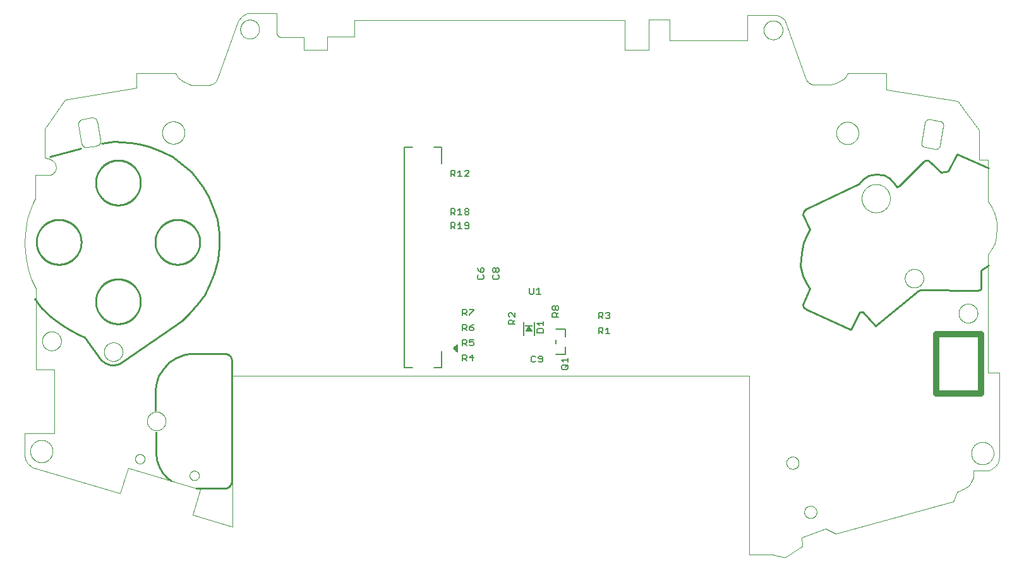
<source format=gto>
G75*
%MOIN*%
%OFA0B0*%
%FSLAX25Y25*%
%IPPOS*%
%LPD*%
%AMOC8*
5,1,8,0,0,1.08239X$1,22.5*
%
%ADD10C,0.00000*%
%ADD11C,0.00700*%
%ADD12C,0.00500*%
%ADD13C,0.00800*%
%ADD14R,0.03937X0.00787*%
%ADD15C,0.00995*%
%ADD16C,0.03200*%
D10*
X0012302Y0049630D02*
X0058595Y0035783D01*
X0063045Y0049233D01*
X0101103Y0037846D01*
X0097188Y0024403D01*
X0117930Y0018090D01*
X0117930Y0097690D01*
X0390870Y0097690D01*
X0390870Y0003378D01*
X0403473Y0003378D01*
X0403975Y0003312D02*
X0408625Y0002088D01*
X0410221Y0002343D02*
X0417983Y0007370D01*
X0418055Y0007419D01*
X0418125Y0007471D01*
X0418193Y0007526D01*
X0418258Y0007584D01*
X0418321Y0007645D01*
X0418380Y0007709D01*
X0418437Y0007775D01*
X0418492Y0007843D01*
X0418543Y0007914D01*
X0418591Y0007987D01*
X0418635Y0008062D01*
X0418677Y0008138D01*
X0418715Y0008217D01*
X0418749Y0008297D01*
X0418780Y0008379D01*
X0418808Y0008461D01*
X0418832Y0008545D01*
X0418852Y0008630D01*
X0418868Y0008716D01*
X0418881Y0008802D01*
X0418890Y0008889D01*
X0418895Y0008976D01*
X0418896Y0009063D01*
X0418893Y0009150D01*
X0418887Y0009237D01*
X0418877Y0009324D01*
X0418421Y0012607D01*
X0431137Y0017261D01*
X0436537Y0014608D01*
X0498428Y0031413D01*
X0498773Y0032197D01*
X0500524Y0036480D01*
X0504089Y0038115D01*
X0506643Y0039804D01*
X0508209Y0042029D01*
X0508992Y0044172D01*
X0508992Y0047913D01*
X0517365Y0047913D01*
X0520266Y0049924D01*
X0522178Y0051968D01*
X0522816Y0055034D01*
X0522816Y0099617D01*
X0516706Y0099617D01*
X0516706Y0161850D01*
X0518684Y0164734D01*
X0520374Y0167948D01*
X0521074Y0171327D01*
X0521404Y0176231D01*
X0521404Y0178662D01*
X0520374Y0183030D01*
X0518519Y0187398D01*
X0516720Y0189788D01*
X0516720Y0211736D01*
X0512231Y0211736D01*
X0512231Y0227654D01*
X0500899Y0242829D01*
X0462944Y0248835D01*
X0462944Y0257405D01*
X0442876Y0257405D01*
X0441310Y0255222D01*
X0439127Y0253491D01*
X0436242Y0252131D01*
X0433605Y0251472D01*
X0424169Y0251472D01*
X0422191Y0252626D01*
X0420914Y0254315D01*
X0410355Y0283262D01*
X0409376Y0285734D01*
X0407110Y0287640D01*
X0405204Y0288309D01*
X0389597Y0288309D01*
X0389597Y0274967D01*
X0348592Y0274967D01*
X0348592Y0285719D01*
X0337647Y0285719D01*
X0337647Y0269816D01*
X0325092Y0269816D01*
X0325092Y0285479D01*
X0182443Y0285479D01*
X0182450Y0276744D01*
X0168204Y0276744D01*
X0168204Y0269986D01*
X0155677Y0269986D01*
X0155677Y0276670D01*
X0143349Y0276670D01*
X0141964Y0277329D01*
X0141371Y0278648D01*
X0141371Y0289076D01*
X0125899Y0289076D01*
X0122932Y0287552D01*
X0120954Y0285286D01*
X0110084Y0254534D01*
X0109106Y0252989D01*
X0107200Y0251649D01*
X0105140Y0251139D01*
X0096476Y0251139D01*
X0095599Y0251424D01*
X0092055Y0253196D01*
X0089377Y0255256D01*
X0088141Y0257523D01*
X0067579Y0257523D01*
X0067579Y0249694D01*
X0029711Y0243613D01*
X0018944Y0228117D01*
X0018944Y0212930D01*
X0021027Y0212561D01*
X0023111Y0211453D01*
X0024588Y0210134D01*
X0024957Y0207919D01*
X0024772Y0206126D01*
X0023586Y0204570D01*
X0022161Y0204005D01*
X0014233Y0204005D01*
X0014233Y0191901D01*
X0014090Y0191551D01*
X0012837Y0188749D01*
X0011123Y0184563D01*
X0009640Y0180640D01*
X0008618Y0172893D01*
X0008288Y0167520D01*
X0009046Y0160136D01*
X0010398Y0153510D01*
X0012112Y0148400D01*
X0014423Y0143884D01*
X0014423Y0101097D01*
X0024176Y0101097D01*
X0024176Y0067634D01*
X0008549Y0067634D01*
X0008549Y0055693D01*
X0008825Y0053944D01*
X0010242Y0051433D01*
X0012302Y0049630D01*
X0011381Y0058065D02*
X0011383Y0058218D01*
X0011389Y0058372D01*
X0011399Y0058525D01*
X0011413Y0058677D01*
X0011431Y0058830D01*
X0011453Y0058981D01*
X0011478Y0059132D01*
X0011508Y0059283D01*
X0011542Y0059433D01*
X0011579Y0059581D01*
X0011620Y0059729D01*
X0011665Y0059875D01*
X0011714Y0060021D01*
X0011767Y0060165D01*
X0011823Y0060307D01*
X0011883Y0060448D01*
X0011947Y0060588D01*
X0012014Y0060726D01*
X0012085Y0060862D01*
X0012160Y0060996D01*
X0012237Y0061128D01*
X0012319Y0061258D01*
X0012403Y0061386D01*
X0012491Y0061512D01*
X0012582Y0061635D01*
X0012676Y0061756D01*
X0012774Y0061874D01*
X0012874Y0061990D01*
X0012978Y0062103D01*
X0013084Y0062214D01*
X0013193Y0062322D01*
X0013305Y0062427D01*
X0013419Y0062528D01*
X0013537Y0062627D01*
X0013656Y0062723D01*
X0013778Y0062816D01*
X0013903Y0062905D01*
X0014030Y0062992D01*
X0014159Y0063074D01*
X0014290Y0063154D01*
X0014423Y0063230D01*
X0014558Y0063303D01*
X0014695Y0063372D01*
X0014834Y0063437D01*
X0014974Y0063499D01*
X0015116Y0063557D01*
X0015259Y0063612D01*
X0015404Y0063663D01*
X0015550Y0063710D01*
X0015697Y0063753D01*
X0015845Y0063792D01*
X0015994Y0063828D01*
X0016144Y0063859D01*
X0016295Y0063887D01*
X0016446Y0063911D01*
X0016599Y0063931D01*
X0016751Y0063947D01*
X0016904Y0063959D01*
X0017057Y0063967D01*
X0017210Y0063971D01*
X0017364Y0063971D01*
X0017517Y0063967D01*
X0017670Y0063959D01*
X0017823Y0063947D01*
X0017975Y0063931D01*
X0018128Y0063911D01*
X0018279Y0063887D01*
X0018430Y0063859D01*
X0018580Y0063828D01*
X0018729Y0063792D01*
X0018877Y0063753D01*
X0019024Y0063710D01*
X0019170Y0063663D01*
X0019315Y0063612D01*
X0019458Y0063557D01*
X0019600Y0063499D01*
X0019740Y0063437D01*
X0019879Y0063372D01*
X0020016Y0063303D01*
X0020151Y0063230D01*
X0020284Y0063154D01*
X0020415Y0063074D01*
X0020544Y0062992D01*
X0020671Y0062905D01*
X0020796Y0062816D01*
X0020918Y0062723D01*
X0021037Y0062627D01*
X0021155Y0062528D01*
X0021269Y0062427D01*
X0021381Y0062322D01*
X0021490Y0062214D01*
X0021596Y0062103D01*
X0021700Y0061990D01*
X0021800Y0061874D01*
X0021898Y0061756D01*
X0021992Y0061635D01*
X0022083Y0061512D01*
X0022171Y0061386D01*
X0022255Y0061258D01*
X0022337Y0061128D01*
X0022414Y0060996D01*
X0022489Y0060862D01*
X0022560Y0060726D01*
X0022627Y0060588D01*
X0022691Y0060448D01*
X0022751Y0060307D01*
X0022807Y0060165D01*
X0022860Y0060021D01*
X0022909Y0059875D01*
X0022954Y0059729D01*
X0022995Y0059581D01*
X0023032Y0059433D01*
X0023066Y0059283D01*
X0023096Y0059132D01*
X0023121Y0058981D01*
X0023143Y0058830D01*
X0023161Y0058677D01*
X0023175Y0058525D01*
X0023185Y0058372D01*
X0023191Y0058218D01*
X0023193Y0058065D01*
X0023191Y0057912D01*
X0023185Y0057758D01*
X0023175Y0057605D01*
X0023161Y0057453D01*
X0023143Y0057300D01*
X0023121Y0057149D01*
X0023096Y0056998D01*
X0023066Y0056847D01*
X0023032Y0056697D01*
X0022995Y0056549D01*
X0022954Y0056401D01*
X0022909Y0056255D01*
X0022860Y0056109D01*
X0022807Y0055965D01*
X0022751Y0055823D01*
X0022691Y0055682D01*
X0022627Y0055542D01*
X0022560Y0055404D01*
X0022489Y0055268D01*
X0022414Y0055134D01*
X0022337Y0055002D01*
X0022255Y0054872D01*
X0022171Y0054744D01*
X0022083Y0054618D01*
X0021992Y0054495D01*
X0021898Y0054374D01*
X0021800Y0054256D01*
X0021700Y0054140D01*
X0021596Y0054027D01*
X0021490Y0053916D01*
X0021381Y0053808D01*
X0021269Y0053703D01*
X0021155Y0053602D01*
X0021037Y0053503D01*
X0020918Y0053407D01*
X0020796Y0053314D01*
X0020671Y0053225D01*
X0020544Y0053138D01*
X0020415Y0053056D01*
X0020284Y0052976D01*
X0020151Y0052900D01*
X0020016Y0052827D01*
X0019879Y0052758D01*
X0019740Y0052693D01*
X0019600Y0052631D01*
X0019458Y0052573D01*
X0019315Y0052518D01*
X0019170Y0052467D01*
X0019024Y0052420D01*
X0018877Y0052377D01*
X0018729Y0052338D01*
X0018580Y0052302D01*
X0018430Y0052271D01*
X0018279Y0052243D01*
X0018128Y0052219D01*
X0017975Y0052199D01*
X0017823Y0052183D01*
X0017670Y0052171D01*
X0017517Y0052163D01*
X0017364Y0052159D01*
X0017210Y0052159D01*
X0017057Y0052163D01*
X0016904Y0052171D01*
X0016751Y0052183D01*
X0016599Y0052199D01*
X0016446Y0052219D01*
X0016295Y0052243D01*
X0016144Y0052271D01*
X0015994Y0052302D01*
X0015845Y0052338D01*
X0015697Y0052377D01*
X0015550Y0052420D01*
X0015404Y0052467D01*
X0015259Y0052518D01*
X0015116Y0052573D01*
X0014974Y0052631D01*
X0014834Y0052693D01*
X0014695Y0052758D01*
X0014558Y0052827D01*
X0014423Y0052900D01*
X0014290Y0052976D01*
X0014159Y0053056D01*
X0014030Y0053138D01*
X0013903Y0053225D01*
X0013778Y0053314D01*
X0013656Y0053407D01*
X0013537Y0053503D01*
X0013419Y0053602D01*
X0013305Y0053703D01*
X0013193Y0053808D01*
X0013084Y0053916D01*
X0012978Y0054027D01*
X0012874Y0054140D01*
X0012774Y0054256D01*
X0012676Y0054374D01*
X0012582Y0054495D01*
X0012491Y0054618D01*
X0012403Y0054744D01*
X0012319Y0054872D01*
X0012237Y0055002D01*
X0012160Y0055134D01*
X0012085Y0055268D01*
X0012014Y0055404D01*
X0011947Y0055542D01*
X0011883Y0055682D01*
X0011823Y0055823D01*
X0011767Y0055965D01*
X0011714Y0056109D01*
X0011665Y0056255D01*
X0011620Y0056401D01*
X0011579Y0056549D01*
X0011542Y0056697D01*
X0011508Y0056847D01*
X0011478Y0056998D01*
X0011453Y0057149D01*
X0011431Y0057300D01*
X0011413Y0057453D01*
X0011399Y0057605D01*
X0011389Y0057758D01*
X0011383Y0057912D01*
X0011381Y0058065D01*
X0066767Y0053998D02*
X0066769Y0054097D01*
X0066775Y0054197D01*
X0066785Y0054296D01*
X0066799Y0054394D01*
X0066816Y0054492D01*
X0066838Y0054589D01*
X0066863Y0054685D01*
X0066892Y0054780D01*
X0066925Y0054874D01*
X0066962Y0054966D01*
X0067002Y0055057D01*
X0067046Y0055146D01*
X0067094Y0055234D01*
X0067145Y0055319D01*
X0067199Y0055402D01*
X0067256Y0055484D01*
X0067317Y0055562D01*
X0067381Y0055639D01*
X0067447Y0055712D01*
X0067517Y0055783D01*
X0067589Y0055851D01*
X0067664Y0055917D01*
X0067742Y0055979D01*
X0067822Y0056038D01*
X0067904Y0056094D01*
X0067988Y0056146D01*
X0068075Y0056195D01*
X0068163Y0056241D01*
X0068253Y0056283D01*
X0068345Y0056322D01*
X0068438Y0056357D01*
X0068532Y0056388D01*
X0068628Y0056415D01*
X0068725Y0056438D01*
X0068822Y0056458D01*
X0068920Y0056474D01*
X0069019Y0056486D01*
X0069118Y0056494D01*
X0069217Y0056498D01*
X0069317Y0056498D01*
X0069416Y0056494D01*
X0069515Y0056486D01*
X0069614Y0056474D01*
X0069712Y0056458D01*
X0069809Y0056438D01*
X0069906Y0056415D01*
X0070002Y0056388D01*
X0070096Y0056357D01*
X0070189Y0056322D01*
X0070281Y0056283D01*
X0070371Y0056241D01*
X0070459Y0056195D01*
X0070546Y0056146D01*
X0070630Y0056094D01*
X0070712Y0056038D01*
X0070792Y0055979D01*
X0070870Y0055917D01*
X0070945Y0055851D01*
X0071017Y0055783D01*
X0071087Y0055712D01*
X0071153Y0055639D01*
X0071217Y0055562D01*
X0071278Y0055484D01*
X0071335Y0055402D01*
X0071389Y0055319D01*
X0071440Y0055234D01*
X0071488Y0055146D01*
X0071532Y0055057D01*
X0071572Y0054966D01*
X0071609Y0054874D01*
X0071642Y0054780D01*
X0071671Y0054685D01*
X0071696Y0054589D01*
X0071718Y0054492D01*
X0071735Y0054394D01*
X0071749Y0054296D01*
X0071759Y0054197D01*
X0071765Y0054097D01*
X0071767Y0053998D01*
X0071765Y0053899D01*
X0071759Y0053799D01*
X0071749Y0053700D01*
X0071735Y0053602D01*
X0071718Y0053504D01*
X0071696Y0053407D01*
X0071671Y0053311D01*
X0071642Y0053216D01*
X0071609Y0053122D01*
X0071572Y0053030D01*
X0071532Y0052939D01*
X0071488Y0052850D01*
X0071440Y0052762D01*
X0071389Y0052677D01*
X0071335Y0052594D01*
X0071278Y0052512D01*
X0071217Y0052434D01*
X0071153Y0052357D01*
X0071087Y0052284D01*
X0071017Y0052213D01*
X0070945Y0052145D01*
X0070870Y0052079D01*
X0070792Y0052017D01*
X0070712Y0051958D01*
X0070630Y0051902D01*
X0070546Y0051850D01*
X0070459Y0051801D01*
X0070371Y0051755D01*
X0070281Y0051713D01*
X0070189Y0051674D01*
X0070096Y0051639D01*
X0070002Y0051608D01*
X0069906Y0051581D01*
X0069809Y0051558D01*
X0069712Y0051538D01*
X0069614Y0051522D01*
X0069515Y0051510D01*
X0069416Y0051502D01*
X0069317Y0051498D01*
X0069217Y0051498D01*
X0069118Y0051502D01*
X0069019Y0051510D01*
X0068920Y0051522D01*
X0068822Y0051538D01*
X0068725Y0051558D01*
X0068628Y0051581D01*
X0068532Y0051608D01*
X0068438Y0051639D01*
X0068345Y0051674D01*
X0068253Y0051713D01*
X0068163Y0051755D01*
X0068075Y0051801D01*
X0067988Y0051850D01*
X0067904Y0051902D01*
X0067822Y0051958D01*
X0067742Y0052017D01*
X0067664Y0052079D01*
X0067589Y0052145D01*
X0067517Y0052213D01*
X0067447Y0052284D01*
X0067381Y0052357D01*
X0067317Y0052434D01*
X0067256Y0052512D01*
X0067199Y0052594D01*
X0067145Y0052677D01*
X0067094Y0052762D01*
X0067046Y0052850D01*
X0067002Y0052939D01*
X0066962Y0053030D01*
X0066925Y0053122D01*
X0066892Y0053216D01*
X0066863Y0053311D01*
X0066838Y0053407D01*
X0066816Y0053504D01*
X0066799Y0053602D01*
X0066785Y0053700D01*
X0066775Y0053799D01*
X0066769Y0053899D01*
X0066767Y0053998D01*
X0095457Y0045227D02*
X0095459Y0045326D01*
X0095465Y0045426D01*
X0095475Y0045525D01*
X0095489Y0045623D01*
X0095506Y0045721D01*
X0095528Y0045818D01*
X0095553Y0045914D01*
X0095582Y0046009D01*
X0095615Y0046103D01*
X0095652Y0046195D01*
X0095692Y0046286D01*
X0095736Y0046375D01*
X0095784Y0046463D01*
X0095835Y0046548D01*
X0095889Y0046631D01*
X0095946Y0046713D01*
X0096007Y0046791D01*
X0096071Y0046868D01*
X0096137Y0046941D01*
X0096207Y0047012D01*
X0096279Y0047080D01*
X0096354Y0047146D01*
X0096432Y0047208D01*
X0096512Y0047267D01*
X0096594Y0047323D01*
X0096678Y0047375D01*
X0096765Y0047424D01*
X0096853Y0047470D01*
X0096943Y0047512D01*
X0097035Y0047551D01*
X0097128Y0047586D01*
X0097222Y0047617D01*
X0097318Y0047644D01*
X0097415Y0047667D01*
X0097512Y0047687D01*
X0097610Y0047703D01*
X0097709Y0047715D01*
X0097808Y0047723D01*
X0097907Y0047727D01*
X0098007Y0047727D01*
X0098106Y0047723D01*
X0098205Y0047715D01*
X0098304Y0047703D01*
X0098402Y0047687D01*
X0098499Y0047667D01*
X0098596Y0047644D01*
X0098692Y0047617D01*
X0098786Y0047586D01*
X0098879Y0047551D01*
X0098971Y0047512D01*
X0099061Y0047470D01*
X0099149Y0047424D01*
X0099236Y0047375D01*
X0099320Y0047323D01*
X0099402Y0047267D01*
X0099482Y0047208D01*
X0099560Y0047146D01*
X0099635Y0047080D01*
X0099707Y0047012D01*
X0099777Y0046941D01*
X0099843Y0046868D01*
X0099907Y0046791D01*
X0099968Y0046713D01*
X0100025Y0046631D01*
X0100079Y0046548D01*
X0100130Y0046463D01*
X0100178Y0046375D01*
X0100222Y0046286D01*
X0100262Y0046195D01*
X0100299Y0046103D01*
X0100332Y0046009D01*
X0100361Y0045914D01*
X0100386Y0045818D01*
X0100408Y0045721D01*
X0100425Y0045623D01*
X0100439Y0045525D01*
X0100449Y0045426D01*
X0100455Y0045326D01*
X0100457Y0045227D01*
X0100455Y0045128D01*
X0100449Y0045028D01*
X0100439Y0044929D01*
X0100425Y0044831D01*
X0100408Y0044733D01*
X0100386Y0044636D01*
X0100361Y0044540D01*
X0100332Y0044445D01*
X0100299Y0044351D01*
X0100262Y0044259D01*
X0100222Y0044168D01*
X0100178Y0044079D01*
X0100130Y0043991D01*
X0100079Y0043906D01*
X0100025Y0043823D01*
X0099968Y0043741D01*
X0099907Y0043663D01*
X0099843Y0043586D01*
X0099777Y0043513D01*
X0099707Y0043442D01*
X0099635Y0043374D01*
X0099560Y0043308D01*
X0099482Y0043246D01*
X0099402Y0043187D01*
X0099320Y0043131D01*
X0099236Y0043079D01*
X0099149Y0043030D01*
X0099061Y0042984D01*
X0098971Y0042942D01*
X0098879Y0042903D01*
X0098786Y0042868D01*
X0098692Y0042837D01*
X0098596Y0042810D01*
X0098499Y0042787D01*
X0098402Y0042767D01*
X0098304Y0042751D01*
X0098205Y0042739D01*
X0098106Y0042731D01*
X0098007Y0042727D01*
X0097907Y0042727D01*
X0097808Y0042731D01*
X0097709Y0042739D01*
X0097610Y0042751D01*
X0097512Y0042767D01*
X0097415Y0042787D01*
X0097318Y0042810D01*
X0097222Y0042837D01*
X0097128Y0042868D01*
X0097035Y0042903D01*
X0096943Y0042942D01*
X0096853Y0042984D01*
X0096765Y0043030D01*
X0096678Y0043079D01*
X0096594Y0043131D01*
X0096512Y0043187D01*
X0096432Y0043246D01*
X0096354Y0043308D01*
X0096279Y0043374D01*
X0096207Y0043442D01*
X0096137Y0043513D01*
X0096071Y0043586D01*
X0096007Y0043663D01*
X0095946Y0043741D01*
X0095889Y0043823D01*
X0095835Y0043906D01*
X0095784Y0043991D01*
X0095736Y0044079D01*
X0095692Y0044168D01*
X0095652Y0044259D01*
X0095615Y0044351D01*
X0095582Y0044445D01*
X0095553Y0044540D01*
X0095528Y0044636D01*
X0095506Y0044733D01*
X0095489Y0044831D01*
X0095475Y0044929D01*
X0095465Y0045028D01*
X0095459Y0045128D01*
X0095457Y0045227D01*
X0073045Y0073956D02*
X0073047Y0074096D01*
X0073053Y0074236D01*
X0073063Y0074375D01*
X0073077Y0074514D01*
X0073095Y0074653D01*
X0073116Y0074791D01*
X0073142Y0074929D01*
X0073172Y0075066D01*
X0073205Y0075201D01*
X0073243Y0075336D01*
X0073284Y0075470D01*
X0073329Y0075603D01*
X0073377Y0075734D01*
X0073430Y0075863D01*
X0073486Y0075992D01*
X0073545Y0076118D01*
X0073609Y0076243D01*
X0073675Y0076366D01*
X0073746Y0076487D01*
X0073819Y0076606D01*
X0073896Y0076723D01*
X0073977Y0076837D01*
X0074060Y0076949D01*
X0074147Y0077059D01*
X0074237Y0077167D01*
X0074329Y0077271D01*
X0074425Y0077373D01*
X0074524Y0077473D01*
X0074625Y0077569D01*
X0074729Y0077663D01*
X0074836Y0077753D01*
X0074945Y0077840D01*
X0075057Y0077925D01*
X0075171Y0078006D01*
X0075287Y0078084D01*
X0075405Y0078158D01*
X0075526Y0078229D01*
X0075648Y0078297D01*
X0075773Y0078361D01*
X0075899Y0078422D01*
X0076026Y0078479D01*
X0076156Y0078532D01*
X0076287Y0078582D01*
X0076419Y0078627D01*
X0076552Y0078670D01*
X0076687Y0078708D01*
X0076822Y0078742D01*
X0076959Y0078773D01*
X0077096Y0078800D01*
X0077234Y0078822D01*
X0077373Y0078841D01*
X0077512Y0078856D01*
X0077651Y0078867D01*
X0077791Y0078874D01*
X0077931Y0078877D01*
X0078071Y0078876D01*
X0078211Y0078871D01*
X0078350Y0078862D01*
X0078490Y0078849D01*
X0078629Y0078832D01*
X0078767Y0078811D01*
X0078905Y0078787D01*
X0079042Y0078758D01*
X0079178Y0078726D01*
X0079313Y0078689D01*
X0079447Y0078649D01*
X0079580Y0078605D01*
X0079711Y0078557D01*
X0079841Y0078506D01*
X0079970Y0078451D01*
X0080097Y0078392D01*
X0080222Y0078329D01*
X0080345Y0078264D01*
X0080467Y0078194D01*
X0080586Y0078121D01*
X0080704Y0078045D01*
X0080819Y0077966D01*
X0080932Y0077883D01*
X0081042Y0077797D01*
X0081150Y0077708D01*
X0081255Y0077616D01*
X0081358Y0077521D01*
X0081458Y0077423D01*
X0081555Y0077323D01*
X0081649Y0077219D01*
X0081741Y0077113D01*
X0081829Y0077005D01*
X0081914Y0076894D01*
X0081996Y0076780D01*
X0082075Y0076664D01*
X0082150Y0076547D01*
X0082222Y0076427D01*
X0082290Y0076305D01*
X0082355Y0076181D01*
X0082417Y0076055D01*
X0082475Y0075928D01*
X0082529Y0075799D01*
X0082580Y0075668D01*
X0082626Y0075536D01*
X0082669Y0075403D01*
X0082709Y0075269D01*
X0082744Y0075134D01*
X0082776Y0074997D01*
X0082803Y0074860D01*
X0082827Y0074722D01*
X0082847Y0074584D01*
X0082863Y0074445D01*
X0082875Y0074305D01*
X0082883Y0074166D01*
X0082887Y0074026D01*
X0082887Y0073886D01*
X0082883Y0073746D01*
X0082875Y0073607D01*
X0082863Y0073467D01*
X0082847Y0073328D01*
X0082827Y0073190D01*
X0082803Y0073052D01*
X0082776Y0072915D01*
X0082744Y0072778D01*
X0082709Y0072643D01*
X0082669Y0072509D01*
X0082626Y0072376D01*
X0082580Y0072244D01*
X0082529Y0072113D01*
X0082475Y0071984D01*
X0082417Y0071857D01*
X0082355Y0071731D01*
X0082290Y0071607D01*
X0082222Y0071485D01*
X0082150Y0071365D01*
X0082075Y0071248D01*
X0081996Y0071132D01*
X0081914Y0071018D01*
X0081829Y0070907D01*
X0081741Y0070799D01*
X0081649Y0070693D01*
X0081555Y0070589D01*
X0081458Y0070489D01*
X0081358Y0070391D01*
X0081255Y0070296D01*
X0081150Y0070204D01*
X0081042Y0070115D01*
X0080932Y0070029D01*
X0080819Y0069946D01*
X0080704Y0069867D01*
X0080586Y0069791D01*
X0080467Y0069718D01*
X0080345Y0069648D01*
X0080222Y0069583D01*
X0080097Y0069520D01*
X0079970Y0069461D01*
X0079841Y0069406D01*
X0079711Y0069355D01*
X0079580Y0069307D01*
X0079447Y0069263D01*
X0079313Y0069223D01*
X0079178Y0069186D01*
X0079042Y0069154D01*
X0078905Y0069125D01*
X0078767Y0069101D01*
X0078629Y0069080D01*
X0078490Y0069063D01*
X0078350Y0069050D01*
X0078211Y0069041D01*
X0078071Y0069036D01*
X0077931Y0069035D01*
X0077791Y0069038D01*
X0077651Y0069045D01*
X0077512Y0069056D01*
X0077373Y0069071D01*
X0077234Y0069090D01*
X0077096Y0069112D01*
X0076959Y0069139D01*
X0076822Y0069170D01*
X0076687Y0069204D01*
X0076552Y0069242D01*
X0076419Y0069285D01*
X0076287Y0069330D01*
X0076156Y0069380D01*
X0076026Y0069433D01*
X0075899Y0069490D01*
X0075773Y0069551D01*
X0075648Y0069615D01*
X0075526Y0069683D01*
X0075405Y0069754D01*
X0075287Y0069828D01*
X0075171Y0069906D01*
X0075057Y0069987D01*
X0074945Y0070072D01*
X0074836Y0070159D01*
X0074729Y0070249D01*
X0074625Y0070343D01*
X0074524Y0070439D01*
X0074425Y0070539D01*
X0074329Y0070641D01*
X0074237Y0070745D01*
X0074147Y0070853D01*
X0074060Y0070963D01*
X0073977Y0071075D01*
X0073896Y0071189D01*
X0073819Y0071306D01*
X0073746Y0071425D01*
X0073675Y0071546D01*
X0073609Y0071669D01*
X0073545Y0071794D01*
X0073486Y0071920D01*
X0073430Y0072049D01*
X0073377Y0072178D01*
X0073329Y0072309D01*
X0073284Y0072442D01*
X0073243Y0072576D01*
X0073205Y0072711D01*
X0073172Y0072846D01*
X0073142Y0072983D01*
X0073116Y0073121D01*
X0073095Y0073259D01*
X0073077Y0073398D01*
X0073063Y0073537D01*
X0073053Y0073676D01*
X0073047Y0073816D01*
X0073045Y0073956D01*
X0050286Y0110519D02*
X0050288Y0110659D01*
X0050294Y0110799D01*
X0050304Y0110938D01*
X0050318Y0111077D01*
X0050336Y0111216D01*
X0050357Y0111354D01*
X0050383Y0111492D01*
X0050413Y0111629D01*
X0050446Y0111764D01*
X0050484Y0111899D01*
X0050525Y0112033D01*
X0050570Y0112166D01*
X0050618Y0112297D01*
X0050671Y0112426D01*
X0050727Y0112555D01*
X0050786Y0112681D01*
X0050850Y0112806D01*
X0050916Y0112929D01*
X0050987Y0113050D01*
X0051060Y0113169D01*
X0051137Y0113286D01*
X0051218Y0113400D01*
X0051301Y0113512D01*
X0051388Y0113622D01*
X0051478Y0113730D01*
X0051570Y0113834D01*
X0051666Y0113936D01*
X0051765Y0114036D01*
X0051866Y0114132D01*
X0051970Y0114226D01*
X0052077Y0114316D01*
X0052186Y0114403D01*
X0052298Y0114488D01*
X0052412Y0114569D01*
X0052528Y0114647D01*
X0052646Y0114721D01*
X0052767Y0114792D01*
X0052889Y0114860D01*
X0053014Y0114924D01*
X0053140Y0114985D01*
X0053267Y0115042D01*
X0053397Y0115095D01*
X0053528Y0115145D01*
X0053660Y0115190D01*
X0053793Y0115233D01*
X0053928Y0115271D01*
X0054063Y0115305D01*
X0054200Y0115336D01*
X0054337Y0115363D01*
X0054475Y0115385D01*
X0054614Y0115404D01*
X0054753Y0115419D01*
X0054892Y0115430D01*
X0055032Y0115437D01*
X0055172Y0115440D01*
X0055312Y0115439D01*
X0055452Y0115434D01*
X0055591Y0115425D01*
X0055731Y0115412D01*
X0055870Y0115395D01*
X0056008Y0115374D01*
X0056146Y0115350D01*
X0056283Y0115321D01*
X0056419Y0115289D01*
X0056554Y0115252D01*
X0056688Y0115212D01*
X0056821Y0115168D01*
X0056952Y0115120D01*
X0057082Y0115069D01*
X0057211Y0115014D01*
X0057338Y0114955D01*
X0057463Y0114892D01*
X0057586Y0114827D01*
X0057708Y0114757D01*
X0057827Y0114684D01*
X0057945Y0114608D01*
X0058060Y0114529D01*
X0058173Y0114446D01*
X0058283Y0114360D01*
X0058391Y0114271D01*
X0058496Y0114179D01*
X0058599Y0114084D01*
X0058699Y0113986D01*
X0058796Y0113886D01*
X0058890Y0113782D01*
X0058982Y0113676D01*
X0059070Y0113568D01*
X0059155Y0113457D01*
X0059237Y0113343D01*
X0059316Y0113227D01*
X0059391Y0113110D01*
X0059463Y0112990D01*
X0059531Y0112868D01*
X0059596Y0112744D01*
X0059658Y0112618D01*
X0059716Y0112491D01*
X0059770Y0112362D01*
X0059821Y0112231D01*
X0059867Y0112099D01*
X0059910Y0111966D01*
X0059950Y0111832D01*
X0059985Y0111697D01*
X0060017Y0111560D01*
X0060044Y0111423D01*
X0060068Y0111285D01*
X0060088Y0111147D01*
X0060104Y0111008D01*
X0060116Y0110868D01*
X0060124Y0110729D01*
X0060128Y0110589D01*
X0060128Y0110449D01*
X0060124Y0110309D01*
X0060116Y0110170D01*
X0060104Y0110030D01*
X0060088Y0109891D01*
X0060068Y0109753D01*
X0060044Y0109615D01*
X0060017Y0109478D01*
X0059985Y0109341D01*
X0059950Y0109206D01*
X0059910Y0109072D01*
X0059867Y0108939D01*
X0059821Y0108807D01*
X0059770Y0108676D01*
X0059716Y0108547D01*
X0059658Y0108420D01*
X0059596Y0108294D01*
X0059531Y0108170D01*
X0059463Y0108048D01*
X0059391Y0107928D01*
X0059316Y0107811D01*
X0059237Y0107695D01*
X0059155Y0107581D01*
X0059070Y0107470D01*
X0058982Y0107362D01*
X0058890Y0107256D01*
X0058796Y0107152D01*
X0058699Y0107052D01*
X0058599Y0106954D01*
X0058496Y0106859D01*
X0058391Y0106767D01*
X0058283Y0106678D01*
X0058173Y0106592D01*
X0058060Y0106509D01*
X0057945Y0106430D01*
X0057827Y0106354D01*
X0057708Y0106281D01*
X0057586Y0106211D01*
X0057463Y0106146D01*
X0057338Y0106083D01*
X0057211Y0106024D01*
X0057082Y0105969D01*
X0056952Y0105918D01*
X0056821Y0105870D01*
X0056688Y0105826D01*
X0056554Y0105786D01*
X0056419Y0105749D01*
X0056283Y0105717D01*
X0056146Y0105688D01*
X0056008Y0105664D01*
X0055870Y0105643D01*
X0055731Y0105626D01*
X0055591Y0105613D01*
X0055452Y0105604D01*
X0055312Y0105599D01*
X0055172Y0105598D01*
X0055032Y0105601D01*
X0054892Y0105608D01*
X0054753Y0105619D01*
X0054614Y0105634D01*
X0054475Y0105653D01*
X0054337Y0105675D01*
X0054200Y0105702D01*
X0054063Y0105733D01*
X0053928Y0105767D01*
X0053793Y0105805D01*
X0053660Y0105848D01*
X0053528Y0105893D01*
X0053397Y0105943D01*
X0053267Y0105996D01*
X0053140Y0106053D01*
X0053014Y0106114D01*
X0052889Y0106178D01*
X0052767Y0106246D01*
X0052646Y0106317D01*
X0052528Y0106391D01*
X0052412Y0106469D01*
X0052298Y0106550D01*
X0052186Y0106635D01*
X0052077Y0106722D01*
X0051970Y0106812D01*
X0051866Y0106906D01*
X0051765Y0107002D01*
X0051666Y0107102D01*
X0051570Y0107204D01*
X0051478Y0107308D01*
X0051388Y0107416D01*
X0051301Y0107526D01*
X0051218Y0107638D01*
X0051137Y0107752D01*
X0051060Y0107869D01*
X0050987Y0107988D01*
X0050916Y0108109D01*
X0050850Y0108232D01*
X0050786Y0108357D01*
X0050727Y0108483D01*
X0050671Y0108612D01*
X0050618Y0108741D01*
X0050570Y0108872D01*
X0050525Y0109005D01*
X0050484Y0109139D01*
X0050446Y0109274D01*
X0050413Y0109409D01*
X0050383Y0109546D01*
X0050357Y0109684D01*
X0050336Y0109822D01*
X0050318Y0109961D01*
X0050304Y0110100D01*
X0050294Y0110239D01*
X0050288Y0110379D01*
X0050286Y0110519D01*
X0017664Y0116245D02*
X0017666Y0116386D01*
X0017672Y0116527D01*
X0017682Y0116667D01*
X0017696Y0116807D01*
X0017714Y0116947D01*
X0017735Y0117086D01*
X0017761Y0117225D01*
X0017790Y0117363D01*
X0017824Y0117499D01*
X0017861Y0117635D01*
X0017902Y0117770D01*
X0017947Y0117904D01*
X0017996Y0118036D01*
X0018048Y0118167D01*
X0018104Y0118296D01*
X0018164Y0118423D01*
X0018227Y0118549D01*
X0018293Y0118673D01*
X0018364Y0118796D01*
X0018437Y0118916D01*
X0018514Y0119034D01*
X0018594Y0119150D01*
X0018678Y0119263D01*
X0018764Y0119374D01*
X0018854Y0119483D01*
X0018947Y0119589D01*
X0019042Y0119692D01*
X0019141Y0119793D01*
X0019242Y0119891D01*
X0019346Y0119986D01*
X0019453Y0120078D01*
X0019562Y0120167D01*
X0019674Y0120252D01*
X0019788Y0120335D01*
X0019904Y0120415D01*
X0020023Y0120491D01*
X0020144Y0120563D01*
X0020266Y0120633D01*
X0020391Y0120698D01*
X0020517Y0120761D01*
X0020645Y0120819D01*
X0020775Y0120874D01*
X0020906Y0120926D01*
X0021039Y0120973D01*
X0021173Y0121017D01*
X0021308Y0121058D01*
X0021444Y0121094D01*
X0021581Y0121126D01*
X0021719Y0121155D01*
X0021857Y0121180D01*
X0021997Y0121200D01*
X0022137Y0121217D01*
X0022277Y0121230D01*
X0022418Y0121239D01*
X0022558Y0121244D01*
X0022699Y0121245D01*
X0022840Y0121242D01*
X0022981Y0121235D01*
X0023121Y0121224D01*
X0023261Y0121209D01*
X0023401Y0121190D01*
X0023540Y0121168D01*
X0023678Y0121141D01*
X0023816Y0121111D01*
X0023952Y0121076D01*
X0024088Y0121038D01*
X0024222Y0120996D01*
X0024356Y0120950D01*
X0024488Y0120901D01*
X0024618Y0120847D01*
X0024747Y0120790D01*
X0024874Y0120730D01*
X0025000Y0120666D01*
X0025123Y0120598D01*
X0025245Y0120527D01*
X0025365Y0120453D01*
X0025482Y0120375D01*
X0025597Y0120294D01*
X0025710Y0120210D01*
X0025821Y0120123D01*
X0025929Y0120032D01*
X0026034Y0119939D01*
X0026137Y0119842D01*
X0026237Y0119743D01*
X0026334Y0119641D01*
X0026428Y0119536D01*
X0026519Y0119429D01*
X0026607Y0119319D01*
X0026692Y0119207D01*
X0026774Y0119092D01*
X0026853Y0118975D01*
X0026928Y0118856D01*
X0027000Y0118735D01*
X0027068Y0118612D01*
X0027133Y0118487D01*
X0027195Y0118360D01*
X0027252Y0118231D01*
X0027307Y0118101D01*
X0027357Y0117970D01*
X0027404Y0117837D01*
X0027447Y0117703D01*
X0027486Y0117567D01*
X0027521Y0117431D01*
X0027553Y0117294D01*
X0027580Y0117156D01*
X0027604Y0117017D01*
X0027624Y0116877D01*
X0027640Y0116737D01*
X0027652Y0116597D01*
X0027660Y0116456D01*
X0027664Y0116315D01*
X0027664Y0116175D01*
X0027660Y0116034D01*
X0027652Y0115893D01*
X0027640Y0115753D01*
X0027624Y0115613D01*
X0027604Y0115473D01*
X0027580Y0115334D01*
X0027553Y0115196D01*
X0027521Y0115059D01*
X0027486Y0114923D01*
X0027447Y0114787D01*
X0027404Y0114653D01*
X0027357Y0114520D01*
X0027307Y0114389D01*
X0027252Y0114259D01*
X0027195Y0114130D01*
X0027133Y0114003D01*
X0027068Y0113878D01*
X0027000Y0113755D01*
X0026928Y0113634D01*
X0026853Y0113515D01*
X0026774Y0113398D01*
X0026692Y0113283D01*
X0026607Y0113171D01*
X0026519Y0113061D01*
X0026428Y0112954D01*
X0026334Y0112849D01*
X0026237Y0112747D01*
X0026137Y0112648D01*
X0026034Y0112551D01*
X0025929Y0112458D01*
X0025821Y0112367D01*
X0025710Y0112280D01*
X0025597Y0112196D01*
X0025482Y0112115D01*
X0025365Y0112037D01*
X0025245Y0111963D01*
X0025123Y0111892D01*
X0025000Y0111824D01*
X0024874Y0111760D01*
X0024747Y0111700D01*
X0024618Y0111643D01*
X0024488Y0111589D01*
X0024356Y0111540D01*
X0024222Y0111494D01*
X0024088Y0111452D01*
X0023952Y0111414D01*
X0023816Y0111379D01*
X0023678Y0111349D01*
X0023540Y0111322D01*
X0023401Y0111300D01*
X0023261Y0111281D01*
X0023121Y0111266D01*
X0022981Y0111255D01*
X0022840Y0111248D01*
X0022699Y0111245D01*
X0022558Y0111246D01*
X0022418Y0111251D01*
X0022277Y0111260D01*
X0022137Y0111273D01*
X0021997Y0111290D01*
X0021857Y0111310D01*
X0021719Y0111335D01*
X0021581Y0111364D01*
X0021444Y0111396D01*
X0021308Y0111432D01*
X0021173Y0111473D01*
X0021039Y0111517D01*
X0020906Y0111564D01*
X0020775Y0111616D01*
X0020645Y0111671D01*
X0020517Y0111729D01*
X0020391Y0111792D01*
X0020266Y0111857D01*
X0020144Y0111927D01*
X0020023Y0111999D01*
X0019904Y0112075D01*
X0019788Y0112155D01*
X0019674Y0112238D01*
X0019562Y0112323D01*
X0019453Y0112412D01*
X0019346Y0112504D01*
X0019242Y0112599D01*
X0019141Y0112697D01*
X0019042Y0112798D01*
X0018947Y0112901D01*
X0018854Y0113007D01*
X0018764Y0113116D01*
X0018678Y0113227D01*
X0018594Y0113340D01*
X0018514Y0113456D01*
X0018437Y0113574D01*
X0018364Y0113694D01*
X0018293Y0113817D01*
X0018227Y0113941D01*
X0018164Y0114067D01*
X0018104Y0114194D01*
X0018048Y0114323D01*
X0017996Y0114454D01*
X0017947Y0114586D01*
X0017902Y0114720D01*
X0017861Y0114855D01*
X0017824Y0114991D01*
X0017790Y0115127D01*
X0017761Y0115265D01*
X0017735Y0115404D01*
X0017714Y0115543D01*
X0017696Y0115683D01*
X0017682Y0115823D01*
X0017672Y0115963D01*
X0017666Y0116104D01*
X0017664Y0116245D01*
X0041425Y0218445D02*
X0046349Y0219313D01*
X0046445Y0219332D01*
X0046541Y0219355D01*
X0046635Y0219381D01*
X0046729Y0219411D01*
X0046821Y0219445D01*
X0046912Y0219482D01*
X0047001Y0219523D01*
X0047089Y0219568D01*
X0047174Y0219615D01*
X0047258Y0219667D01*
X0047340Y0219721D01*
X0047420Y0219778D01*
X0047497Y0219839D01*
X0047572Y0219903D01*
X0047644Y0219969D01*
X0047713Y0220038D01*
X0047780Y0220110D01*
X0047844Y0220185D01*
X0047905Y0220262D01*
X0047963Y0220341D01*
X0048018Y0220423D01*
X0048069Y0220506D01*
X0048117Y0220592D01*
X0048162Y0220679D01*
X0048203Y0220768D01*
X0048241Y0220859D01*
X0048275Y0220951D01*
X0048306Y0221044D01*
X0048333Y0221138D01*
X0048356Y0221234D01*
X0048375Y0221330D01*
X0048391Y0221427D01*
X0048402Y0221525D01*
X0048410Y0221622D01*
X0048414Y0221720D01*
X0048415Y0221819D01*
X0048411Y0221917D01*
X0048403Y0222015D01*
X0048392Y0222112D01*
X0048377Y0222209D01*
X0046640Y0232057D01*
X0046621Y0232153D01*
X0046598Y0232249D01*
X0046572Y0232343D01*
X0046542Y0232437D01*
X0046508Y0232529D01*
X0046471Y0232620D01*
X0046430Y0232709D01*
X0046385Y0232797D01*
X0046338Y0232882D01*
X0046286Y0232966D01*
X0046232Y0233048D01*
X0046175Y0233128D01*
X0046114Y0233205D01*
X0046050Y0233280D01*
X0045984Y0233352D01*
X0045915Y0233421D01*
X0045843Y0233488D01*
X0045768Y0233552D01*
X0045691Y0233613D01*
X0045612Y0233671D01*
X0045530Y0233726D01*
X0045447Y0233777D01*
X0045361Y0233825D01*
X0045274Y0233870D01*
X0045185Y0233911D01*
X0045094Y0233949D01*
X0045002Y0233983D01*
X0044909Y0234014D01*
X0044815Y0234041D01*
X0044719Y0234064D01*
X0044623Y0234083D01*
X0044526Y0234099D01*
X0044428Y0234110D01*
X0044331Y0234118D01*
X0044233Y0234122D01*
X0044134Y0234123D01*
X0044036Y0234119D01*
X0043938Y0234111D01*
X0043841Y0234100D01*
X0043744Y0234085D01*
X0038820Y0233217D01*
X0038724Y0233198D01*
X0038628Y0233175D01*
X0038534Y0233149D01*
X0038440Y0233119D01*
X0038348Y0233085D01*
X0038257Y0233048D01*
X0038168Y0233007D01*
X0038080Y0232962D01*
X0037995Y0232915D01*
X0037911Y0232863D01*
X0037829Y0232809D01*
X0037749Y0232752D01*
X0037672Y0232691D01*
X0037597Y0232627D01*
X0037525Y0232561D01*
X0037456Y0232492D01*
X0037389Y0232420D01*
X0037325Y0232345D01*
X0037264Y0232268D01*
X0037206Y0232189D01*
X0037151Y0232107D01*
X0037100Y0232024D01*
X0037052Y0231938D01*
X0037007Y0231851D01*
X0036966Y0231762D01*
X0036928Y0231671D01*
X0036894Y0231579D01*
X0036863Y0231486D01*
X0036836Y0231391D01*
X0036813Y0231296D01*
X0036794Y0231200D01*
X0036778Y0231103D01*
X0036767Y0231005D01*
X0036759Y0230908D01*
X0036755Y0230810D01*
X0036754Y0230711D01*
X0036758Y0230613D01*
X0036766Y0230515D01*
X0036777Y0230418D01*
X0036792Y0230321D01*
X0038529Y0220473D01*
X0038548Y0220377D01*
X0038571Y0220281D01*
X0038597Y0220187D01*
X0038627Y0220093D01*
X0038661Y0220001D01*
X0038698Y0219910D01*
X0038739Y0219821D01*
X0038784Y0219733D01*
X0038831Y0219648D01*
X0038883Y0219564D01*
X0038937Y0219482D01*
X0038994Y0219402D01*
X0039055Y0219325D01*
X0039119Y0219250D01*
X0039185Y0219178D01*
X0039254Y0219109D01*
X0039326Y0219042D01*
X0039401Y0218978D01*
X0039478Y0218917D01*
X0039557Y0218859D01*
X0039639Y0218804D01*
X0039722Y0218753D01*
X0039808Y0218705D01*
X0039895Y0218660D01*
X0039984Y0218619D01*
X0040075Y0218581D01*
X0040167Y0218547D01*
X0040260Y0218516D01*
X0040354Y0218489D01*
X0040450Y0218466D01*
X0040546Y0218447D01*
X0040643Y0218431D01*
X0040741Y0218420D01*
X0040838Y0218412D01*
X0040936Y0218408D01*
X0041035Y0218407D01*
X0041133Y0218411D01*
X0041231Y0218419D01*
X0041328Y0218430D01*
X0041425Y0218445D01*
X0081008Y0226182D02*
X0081010Y0226335D01*
X0081016Y0226489D01*
X0081026Y0226642D01*
X0081040Y0226794D01*
X0081058Y0226947D01*
X0081080Y0227098D01*
X0081105Y0227249D01*
X0081135Y0227400D01*
X0081169Y0227550D01*
X0081206Y0227698D01*
X0081247Y0227846D01*
X0081292Y0227992D01*
X0081341Y0228138D01*
X0081394Y0228282D01*
X0081450Y0228424D01*
X0081510Y0228565D01*
X0081574Y0228705D01*
X0081641Y0228843D01*
X0081712Y0228979D01*
X0081787Y0229113D01*
X0081864Y0229245D01*
X0081946Y0229375D01*
X0082030Y0229503D01*
X0082118Y0229629D01*
X0082209Y0229752D01*
X0082303Y0229873D01*
X0082401Y0229991D01*
X0082501Y0230107D01*
X0082605Y0230220D01*
X0082711Y0230331D01*
X0082820Y0230439D01*
X0082932Y0230544D01*
X0083046Y0230645D01*
X0083164Y0230744D01*
X0083283Y0230840D01*
X0083405Y0230933D01*
X0083530Y0231022D01*
X0083657Y0231109D01*
X0083786Y0231191D01*
X0083917Y0231271D01*
X0084050Y0231347D01*
X0084185Y0231420D01*
X0084322Y0231489D01*
X0084461Y0231554D01*
X0084601Y0231616D01*
X0084743Y0231674D01*
X0084886Y0231729D01*
X0085031Y0231780D01*
X0085177Y0231827D01*
X0085324Y0231870D01*
X0085472Y0231909D01*
X0085621Y0231945D01*
X0085771Y0231976D01*
X0085922Y0232004D01*
X0086073Y0232028D01*
X0086226Y0232048D01*
X0086378Y0232064D01*
X0086531Y0232076D01*
X0086684Y0232084D01*
X0086837Y0232088D01*
X0086991Y0232088D01*
X0087144Y0232084D01*
X0087297Y0232076D01*
X0087450Y0232064D01*
X0087602Y0232048D01*
X0087755Y0232028D01*
X0087906Y0232004D01*
X0088057Y0231976D01*
X0088207Y0231945D01*
X0088356Y0231909D01*
X0088504Y0231870D01*
X0088651Y0231827D01*
X0088797Y0231780D01*
X0088942Y0231729D01*
X0089085Y0231674D01*
X0089227Y0231616D01*
X0089367Y0231554D01*
X0089506Y0231489D01*
X0089643Y0231420D01*
X0089778Y0231347D01*
X0089911Y0231271D01*
X0090042Y0231191D01*
X0090171Y0231109D01*
X0090298Y0231022D01*
X0090423Y0230933D01*
X0090545Y0230840D01*
X0090664Y0230744D01*
X0090782Y0230645D01*
X0090896Y0230544D01*
X0091008Y0230439D01*
X0091117Y0230331D01*
X0091223Y0230220D01*
X0091327Y0230107D01*
X0091427Y0229991D01*
X0091525Y0229873D01*
X0091619Y0229752D01*
X0091710Y0229629D01*
X0091798Y0229503D01*
X0091882Y0229375D01*
X0091964Y0229245D01*
X0092041Y0229113D01*
X0092116Y0228979D01*
X0092187Y0228843D01*
X0092254Y0228705D01*
X0092318Y0228565D01*
X0092378Y0228424D01*
X0092434Y0228282D01*
X0092487Y0228138D01*
X0092536Y0227992D01*
X0092581Y0227846D01*
X0092622Y0227698D01*
X0092659Y0227550D01*
X0092693Y0227400D01*
X0092723Y0227249D01*
X0092748Y0227098D01*
X0092770Y0226947D01*
X0092788Y0226794D01*
X0092802Y0226642D01*
X0092812Y0226489D01*
X0092818Y0226335D01*
X0092820Y0226182D01*
X0092818Y0226029D01*
X0092812Y0225875D01*
X0092802Y0225722D01*
X0092788Y0225570D01*
X0092770Y0225417D01*
X0092748Y0225266D01*
X0092723Y0225115D01*
X0092693Y0224964D01*
X0092659Y0224814D01*
X0092622Y0224666D01*
X0092581Y0224518D01*
X0092536Y0224372D01*
X0092487Y0224226D01*
X0092434Y0224082D01*
X0092378Y0223940D01*
X0092318Y0223799D01*
X0092254Y0223659D01*
X0092187Y0223521D01*
X0092116Y0223385D01*
X0092041Y0223251D01*
X0091964Y0223119D01*
X0091882Y0222989D01*
X0091798Y0222861D01*
X0091710Y0222735D01*
X0091619Y0222612D01*
X0091525Y0222491D01*
X0091427Y0222373D01*
X0091327Y0222257D01*
X0091223Y0222144D01*
X0091117Y0222033D01*
X0091008Y0221925D01*
X0090896Y0221820D01*
X0090782Y0221719D01*
X0090664Y0221620D01*
X0090545Y0221524D01*
X0090423Y0221431D01*
X0090298Y0221342D01*
X0090171Y0221255D01*
X0090042Y0221173D01*
X0089911Y0221093D01*
X0089778Y0221017D01*
X0089643Y0220944D01*
X0089506Y0220875D01*
X0089367Y0220810D01*
X0089227Y0220748D01*
X0089085Y0220690D01*
X0088942Y0220635D01*
X0088797Y0220584D01*
X0088651Y0220537D01*
X0088504Y0220494D01*
X0088356Y0220455D01*
X0088207Y0220419D01*
X0088057Y0220388D01*
X0087906Y0220360D01*
X0087755Y0220336D01*
X0087602Y0220316D01*
X0087450Y0220300D01*
X0087297Y0220288D01*
X0087144Y0220280D01*
X0086991Y0220276D01*
X0086837Y0220276D01*
X0086684Y0220280D01*
X0086531Y0220288D01*
X0086378Y0220300D01*
X0086226Y0220316D01*
X0086073Y0220336D01*
X0085922Y0220360D01*
X0085771Y0220388D01*
X0085621Y0220419D01*
X0085472Y0220455D01*
X0085324Y0220494D01*
X0085177Y0220537D01*
X0085031Y0220584D01*
X0084886Y0220635D01*
X0084743Y0220690D01*
X0084601Y0220748D01*
X0084461Y0220810D01*
X0084322Y0220875D01*
X0084185Y0220944D01*
X0084050Y0221017D01*
X0083917Y0221093D01*
X0083786Y0221173D01*
X0083657Y0221255D01*
X0083530Y0221342D01*
X0083405Y0221431D01*
X0083283Y0221524D01*
X0083164Y0221620D01*
X0083046Y0221719D01*
X0082932Y0221820D01*
X0082820Y0221925D01*
X0082711Y0222033D01*
X0082605Y0222144D01*
X0082501Y0222257D01*
X0082401Y0222373D01*
X0082303Y0222491D01*
X0082209Y0222612D01*
X0082118Y0222735D01*
X0082030Y0222861D01*
X0081946Y0222989D01*
X0081864Y0223119D01*
X0081787Y0223251D01*
X0081712Y0223385D01*
X0081641Y0223521D01*
X0081574Y0223659D01*
X0081510Y0223799D01*
X0081450Y0223940D01*
X0081394Y0224082D01*
X0081341Y0224226D01*
X0081292Y0224372D01*
X0081247Y0224518D01*
X0081206Y0224666D01*
X0081169Y0224814D01*
X0081135Y0224964D01*
X0081105Y0225115D01*
X0081080Y0225266D01*
X0081058Y0225417D01*
X0081040Y0225570D01*
X0081026Y0225722D01*
X0081016Y0225875D01*
X0081010Y0226029D01*
X0081008Y0226182D01*
X0122224Y0280733D02*
X0122226Y0280874D01*
X0122232Y0281015D01*
X0122242Y0281155D01*
X0122256Y0281295D01*
X0122274Y0281435D01*
X0122295Y0281574D01*
X0122321Y0281713D01*
X0122350Y0281851D01*
X0122384Y0281987D01*
X0122421Y0282123D01*
X0122462Y0282258D01*
X0122507Y0282392D01*
X0122556Y0282524D01*
X0122608Y0282655D01*
X0122664Y0282784D01*
X0122724Y0282911D01*
X0122787Y0283037D01*
X0122853Y0283161D01*
X0122924Y0283284D01*
X0122997Y0283404D01*
X0123074Y0283522D01*
X0123154Y0283638D01*
X0123238Y0283751D01*
X0123324Y0283862D01*
X0123414Y0283971D01*
X0123507Y0284077D01*
X0123602Y0284180D01*
X0123701Y0284281D01*
X0123802Y0284379D01*
X0123906Y0284474D01*
X0124013Y0284566D01*
X0124122Y0284655D01*
X0124234Y0284740D01*
X0124348Y0284823D01*
X0124464Y0284903D01*
X0124583Y0284979D01*
X0124704Y0285051D01*
X0124826Y0285121D01*
X0124951Y0285186D01*
X0125077Y0285249D01*
X0125205Y0285307D01*
X0125335Y0285362D01*
X0125466Y0285414D01*
X0125599Y0285461D01*
X0125733Y0285505D01*
X0125868Y0285546D01*
X0126004Y0285582D01*
X0126141Y0285614D01*
X0126279Y0285643D01*
X0126417Y0285668D01*
X0126557Y0285688D01*
X0126697Y0285705D01*
X0126837Y0285718D01*
X0126978Y0285727D01*
X0127118Y0285732D01*
X0127259Y0285733D01*
X0127400Y0285730D01*
X0127541Y0285723D01*
X0127681Y0285712D01*
X0127821Y0285697D01*
X0127961Y0285678D01*
X0128100Y0285656D01*
X0128238Y0285629D01*
X0128376Y0285599D01*
X0128512Y0285564D01*
X0128648Y0285526D01*
X0128782Y0285484D01*
X0128916Y0285438D01*
X0129048Y0285389D01*
X0129178Y0285335D01*
X0129307Y0285278D01*
X0129434Y0285218D01*
X0129560Y0285154D01*
X0129683Y0285086D01*
X0129805Y0285015D01*
X0129925Y0284941D01*
X0130042Y0284863D01*
X0130157Y0284782D01*
X0130270Y0284698D01*
X0130381Y0284611D01*
X0130489Y0284520D01*
X0130594Y0284427D01*
X0130697Y0284330D01*
X0130797Y0284231D01*
X0130894Y0284129D01*
X0130988Y0284024D01*
X0131079Y0283917D01*
X0131167Y0283807D01*
X0131252Y0283695D01*
X0131334Y0283580D01*
X0131413Y0283463D01*
X0131488Y0283344D01*
X0131560Y0283223D01*
X0131628Y0283100D01*
X0131693Y0282975D01*
X0131755Y0282848D01*
X0131812Y0282719D01*
X0131867Y0282589D01*
X0131917Y0282458D01*
X0131964Y0282325D01*
X0132007Y0282191D01*
X0132046Y0282055D01*
X0132081Y0281919D01*
X0132113Y0281782D01*
X0132140Y0281644D01*
X0132164Y0281505D01*
X0132184Y0281365D01*
X0132200Y0281225D01*
X0132212Y0281085D01*
X0132220Y0280944D01*
X0132224Y0280803D01*
X0132224Y0280663D01*
X0132220Y0280522D01*
X0132212Y0280381D01*
X0132200Y0280241D01*
X0132184Y0280101D01*
X0132164Y0279961D01*
X0132140Y0279822D01*
X0132113Y0279684D01*
X0132081Y0279547D01*
X0132046Y0279411D01*
X0132007Y0279275D01*
X0131964Y0279141D01*
X0131917Y0279008D01*
X0131867Y0278877D01*
X0131812Y0278747D01*
X0131755Y0278618D01*
X0131693Y0278491D01*
X0131628Y0278366D01*
X0131560Y0278243D01*
X0131488Y0278122D01*
X0131413Y0278003D01*
X0131334Y0277886D01*
X0131252Y0277771D01*
X0131167Y0277659D01*
X0131079Y0277549D01*
X0130988Y0277442D01*
X0130894Y0277337D01*
X0130797Y0277235D01*
X0130697Y0277136D01*
X0130594Y0277039D01*
X0130489Y0276946D01*
X0130381Y0276855D01*
X0130270Y0276768D01*
X0130157Y0276684D01*
X0130042Y0276603D01*
X0129925Y0276525D01*
X0129805Y0276451D01*
X0129683Y0276380D01*
X0129560Y0276312D01*
X0129434Y0276248D01*
X0129307Y0276188D01*
X0129178Y0276131D01*
X0129048Y0276077D01*
X0128916Y0276028D01*
X0128782Y0275982D01*
X0128648Y0275940D01*
X0128512Y0275902D01*
X0128376Y0275867D01*
X0128238Y0275837D01*
X0128100Y0275810D01*
X0127961Y0275788D01*
X0127821Y0275769D01*
X0127681Y0275754D01*
X0127541Y0275743D01*
X0127400Y0275736D01*
X0127259Y0275733D01*
X0127118Y0275734D01*
X0126978Y0275739D01*
X0126837Y0275748D01*
X0126697Y0275761D01*
X0126557Y0275778D01*
X0126417Y0275798D01*
X0126279Y0275823D01*
X0126141Y0275852D01*
X0126004Y0275884D01*
X0125868Y0275920D01*
X0125733Y0275961D01*
X0125599Y0276005D01*
X0125466Y0276052D01*
X0125335Y0276104D01*
X0125205Y0276159D01*
X0125077Y0276217D01*
X0124951Y0276280D01*
X0124826Y0276345D01*
X0124704Y0276415D01*
X0124583Y0276487D01*
X0124464Y0276563D01*
X0124348Y0276643D01*
X0124234Y0276726D01*
X0124122Y0276811D01*
X0124013Y0276900D01*
X0123906Y0276992D01*
X0123802Y0277087D01*
X0123701Y0277185D01*
X0123602Y0277286D01*
X0123507Y0277389D01*
X0123414Y0277495D01*
X0123324Y0277604D01*
X0123238Y0277715D01*
X0123154Y0277828D01*
X0123074Y0277944D01*
X0122997Y0278062D01*
X0122924Y0278182D01*
X0122853Y0278305D01*
X0122787Y0278429D01*
X0122724Y0278555D01*
X0122664Y0278682D01*
X0122608Y0278811D01*
X0122556Y0278942D01*
X0122507Y0279074D01*
X0122462Y0279208D01*
X0122421Y0279343D01*
X0122384Y0279479D01*
X0122350Y0279615D01*
X0122321Y0279753D01*
X0122295Y0279892D01*
X0122274Y0280031D01*
X0122256Y0280171D01*
X0122242Y0280311D01*
X0122232Y0280451D01*
X0122226Y0280592D01*
X0122224Y0280733D01*
X0398390Y0280323D02*
X0398392Y0280464D01*
X0398398Y0280605D01*
X0398408Y0280745D01*
X0398422Y0280885D01*
X0398440Y0281025D01*
X0398461Y0281164D01*
X0398487Y0281303D01*
X0398516Y0281441D01*
X0398550Y0281577D01*
X0398587Y0281713D01*
X0398628Y0281848D01*
X0398673Y0281982D01*
X0398722Y0282114D01*
X0398774Y0282245D01*
X0398830Y0282374D01*
X0398890Y0282501D01*
X0398953Y0282627D01*
X0399019Y0282751D01*
X0399090Y0282874D01*
X0399163Y0282994D01*
X0399240Y0283112D01*
X0399320Y0283228D01*
X0399404Y0283341D01*
X0399490Y0283452D01*
X0399580Y0283561D01*
X0399673Y0283667D01*
X0399768Y0283770D01*
X0399867Y0283871D01*
X0399968Y0283969D01*
X0400072Y0284064D01*
X0400179Y0284156D01*
X0400288Y0284245D01*
X0400400Y0284330D01*
X0400514Y0284413D01*
X0400630Y0284493D01*
X0400749Y0284569D01*
X0400870Y0284641D01*
X0400992Y0284711D01*
X0401117Y0284776D01*
X0401243Y0284839D01*
X0401371Y0284897D01*
X0401501Y0284952D01*
X0401632Y0285004D01*
X0401765Y0285051D01*
X0401899Y0285095D01*
X0402034Y0285136D01*
X0402170Y0285172D01*
X0402307Y0285204D01*
X0402445Y0285233D01*
X0402583Y0285258D01*
X0402723Y0285278D01*
X0402863Y0285295D01*
X0403003Y0285308D01*
X0403144Y0285317D01*
X0403284Y0285322D01*
X0403425Y0285323D01*
X0403566Y0285320D01*
X0403707Y0285313D01*
X0403847Y0285302D01*
X0403987Y0285287D01*
X0404127Y0285268D01*
X0404266Y0285246D01*
X0404404Y0285219D01*
X0404542Y0285189D01*
X0404678Y0285154D01*
X0404814Y0285116D01*
X0404948Y0285074D01*
X0405082Y0285028D01*
X0405214Y0284979D01*
X0405344Y0284925D01*
X0405473Y0284868D01*
X0405600Y0284808D01*
X0405726Y0284744D01*
X0405849Y0284676D01*
X0405971Y0284605D01*
X0406091Y0284531D01*
X0406208Y0284453D01*
X0406323Y0284372D01*
X0406436Y0284288D01*
X0406547Y0284201D01*
X0406655Y0284110D01*
X0406760Y0284017D01*
X0406863Y0283920D01*
X0406963Y0283821D01*
X0407060Y0283719D01*
X0407154Y0283614D01*
X0407245Y0283507D01*
X0407333Y0283397D01*
X0407418Y0283285D01*
X0407500Y0283170D01*
X0407579Y0283053D01*
X0407654Y0282934D01*
X0407726Y0282813D01*
X0407794Y0282690D01*
X0407859Y0282565D01*
X0407921Y0282438D01*
X0407978Y0282309D01*
X0408033Y0282179D01*
X0408083Y0282048D01*
X0408130Y0281915D01*
X0408173Y0281781D01*
X0408212Y0281645D01*
X0408247Y0281509D01*
X0408279Y0281372D01*
X0408306Y0281234D01*
X0408330Y0281095D01*
X0408350Y0280955D01*
X0408366Y0280815D01*
X0408378Y0280675D01*
X0408386Y0280534D01*
X0408390Y0280393D01*
X0408390Y0280253D01*
X0408386Y0280112D01*
X0408378Y0279971D01*
X0408366Y0279831D01*
X0408350Y0279691D01*
X0408330Y0279551D01*
X0408306Y0279412D01*
X0408279Y0279274D01*
X0408247Y0279137D01*
X0408212Y0279001D01*
X0408173Y0278865D01*
X0408130Y0278731D01*
X0408083Y0278598D01*
X0408033Y0278467D01*
X0407978Y0278337D01*
X0407921Y0278208D01*
X0407859Y0278081D01*
X0407794Y0277956D01*
X0407726Y0277833D01*
X0407654Y0277712D01*
X0407579Y0277593D01*
X0407500Y0277476D01*
X0407418Y0277361D01*
X0407333Y0277249D01*
X0407245Y0277139D01*
X0407154Y0277032D01*
X0407060Y0276927D01*
X0406963Y0276825D01*
X0406863Y0276726D01*
X0406760Y0276629D01*
X0406655Y0276536D01*
X0406547Y0276445D01*
X0406436Y0276358D01*
X0406323Y0276274D01*
X0406208Y0276193D01*
X0406091Y0276115D01*
X0405971Y0276041D01*
X0405849Y0275970D01*
X0405726Y0275902D01*
X0405600Y0275838D01*
X0405473Y0275778D01*
X0405344Y0275721D01*
X0405214Y0275667D01*
X0405082Y0275618D01*
X0404948Y0275572D01*
X0404814Y0275530D01*
X0404678Y0275492D01*
X0404542Y0275457D01*
X0404404Y0275427D01*
X0404266Y0275400D01*
X0404127Y0275378D01*
X0403987Y0275359D01*
X0403847Y0275344D01*
X0403707Y0275333D01*
X0403566Y0275326D01*
X0403425Y0275323D01*
X0403284Y0275324D01*
X0403144Y0275329D01*
X0403003Y0275338D01*
X0402863Y0275351D01*
X0402723Y0275368D01*
X0402583Y0275388D01*
X0402445Y0275413D01*
X0402307Y0275442D01*
X0402170Y0275474D01*
X0402034Y0275510D01*
X0401899Y0275551D01*
X0401765Y0275595D01*
X0401632Y0275642D01*
X0401501Y0275694D01*
X0401371Y0275749D01*
X0401243Y0275807D01*
X0401117Y0275870D01*
X0400992Y0275935D01*
X0400870Y0276005D01*
X0400749Y0276077D01*
X0400630Y0276153D01*
X0400514Y0276233D01*
X0400400Y0276316D01*
X0400288Y0276401D01*
X0400179Y0276490D01*
X0400072Y0276582D01*
X0399968Y0276677D01*
X0399867Y0276775D01*
X0399768Y0276876D01*
X0399673Y0276979D01*
X0399580Y0277085D01*
X0399490Y0277194D01*
X0399404Y0277305D01*
X0399320Y0277418D01*
X0399240Y0277534D01*
X0399163Y0277652D01*
X0399090Y0277772D01*
X0399019Y0277895D01*
X0398953Y0278019D01*
X0398890Y0278145D01*
X0398830Y0278272D01*
X0398774Y0278401D01*
X0398722Y0278532D01*
X0398673Y0278664D01*
X0398628Y0278798D01*
X0398587Y0278933D01*
X0398550Y0279069D01*
X0398516Y0279205D01*
X0398487Y0279343D01*
X0398461Y0279482D01*
X0398440Y0279621D01*
X0398422Y0279761D01*
X0398408Y0279901D01*
X0398398Y0280041D01*
X0398392Y0280182D01*
X0398390Y0280323D01*
X0483376Y0231132D02*
X0481640Y0221284D01*
X0481625Y0221187D01*
X0481614Y0221090D01*
X0481606Y0220992D01*
X0481602Y0220894D01*
X0481603Y0220795D01*
X0481607Y0220697D01*
X0481615Y0220600D01*
X0481626Y0220502D01*
X0481642Y0220405D01*
X0481661Y0220309D01*
X0481684Y0220213D01*
X0481711Y0220119D01*
X0481742Y0220026D01*
X0481776Y0219934D01*
X0481814Y0219843D01*
X0481855Y0219754D01*
X0481900Y0219667D01*
X0481948Y0219581D01*
X0481999Y0219498D01*
X0482054Y0219416D01*
X0482112Y0219337D01*
X0482173Y0219260D01*
X0482237Y0219185D01*
X0482304Y0219113D01*
X0482373Y0219044D01*
X0482445Y0218978D01*
X0482520Y0218914D01*
X0482597Y0218853D01*
X0482677Y0218796D01*
X0482759Y0218742D01*
X0482843Y0218690D01*
X0482928Y0218643D01*
X0483016Y0218598D01*
X0483105Y0218557D01*
X0483196Y0218520D01*
X0483288Y0218486D01*
X0483382Y0218456D01*
X0483476Y0218430D01*
X0483572Y0218407D01*
X0483668Y0218388D01*
X0488592Y0217519D01*
X0488689Y0217504D01*
X0488786Y0217493D01*
X0488884Y0217485D01*
X0488982Y0217481D01*
X0489081Y0217482D01*
X0489179Y0217486D01*
X0489276Y0217494D01*
X0489374Y0217505D01*
X0489471Y0217521D01*
X0489567Y0217540D01*
X0489663Y0217563D01*
X0489757Y0217590D01*
X0489850Y0217621D01*
X0489942Y0217655D01*
X0490033Y0217693D01*
X0490122Y0217734D01*
X0490209Y0217779D01*
X0490295Y0217827D01*
X0490378Y0217878D01*
X0490460Y0217933D01*
X0490539Y0217991D01*
X0490616Y0218052D01*
X0490691Y0218116D01*
X0490763Y0218183D01*
X0490832Y0218252D01*
X0490898Y0218324D01*
X0490962Y0218399D01*
X0491023Y0218476D01*
X0491080Y0218556D01*
X0491134Y0218638D01*
X0491186Y0218722D01*
X0491233Y0218807D01*
X0491278Y0218895D01*
X0491319Y0218984D01*
X0491356Y0219075D01*
X0491390Y0219167D01*
X0491420Y0219261D01*
X0491446Y0219355D01*
X0491469Y0219451D01*
X0491488Y0219547D01*
X0493224Y0229395D01*
X0493239Y0229492D01*
X0493250Y0229589D01*
X0493258Y0229687D01*
X0493262Y0229785D01*
X0493261Y0229884D01*
X0493257Y0229982D01*
X0493249Y0230079D01*
X0493238Y0230177D01*
X0493222Y0230274D01*
X0493203Y0230370D01*
X0493180Y0230465D01*
X0493153Y0230560D01*
X0493122Y0230653D01*
X0493088Y0230745D01*
X0493050Y0230836D01*
X0493009Y0230925D01*
X0492964Y0231012D01*
X0492916Y0231098D01*
X0492865Y0231181D01*
X0492810Y0231263D01*
X0492752Y0231342D01*
X0492691Y0231419D01*
X0492627Y0231494D01*
X0492560Y0231566D01*
X0492491Y0231635D01*
X0492419Y0231701D01*
X0492344Y0231765D01*
X0492267Y0231826D01*
X0492187Y0231883D01*
X0492105Y0231937D01*
X0492021Y0231989D01*
X0491936Y0232036D01*
X0491848Y0232081D01*
X0491759Y0232122D01*
X0491668Y0232159D01*
X0491576Y0232193D01*
X0491482Y0232223D01*
X0491388Y0232249D01*
X0491292Y0232272D01*
X0491196Y0232291D01*
X0486272Y0233160D01*
X0486175Y0233175D01*
X0486078Y0233186D01*
X0485980Y0233194D01*
X0485882Y0233198D01*
X0485783Y0233197D01*
X0485685Y0233193D01*
X0485588Y0233185D01*
X0485490Y0233174D01*
X0485393Y0233158D01*
X0485297Y0233139D01*
X0485201Y0233116D01*
X0485107Y0233089D01*
X0485014Y0233058D01*
X0484922Y0233024D01*
X0484831Y0232986D01*
X0484742Y0232945D01*
X0484655Y0232900D01*
X0484569Y0232852D01*
X0484486Y0232801D01*
X0484404Y0232746D01*
X0484325Y0232688D01*
X0484248Y0232627D01*
X0484173Y0232563D01*
X0484101Y0232496D01*
X0484032Y0232427D01*
X0483966Y0232355D01*
X0483902Y0232280D01*
X0483841Y0232203D01*
X0483784Y0232123D01*
X0483730Y0232041D01*
X0483678Y0231957D01*
X0483631Y0231872D01*
X0483586Y0231784D01*
X0483545Y0231695D01*
X0483508Y0231604D01*
X0483474Y0231512D01*
X0483444Y0231418D01*
X0483418Y0231324D01*
X0483395Y0231228D01*
X0483376Y0231132D01*
X0436656Y0225964D02*
X0436658Y0226117D01*
X0436664Y0226271D01*
X0436674Y0226424D01*
X0436688Y0226576D01*
X0436706Y0226729D01*
X0436728Y0226880D01*
X0436753Y0227031D01*
X0436783Y0227182D01*
X0436817Y0227332D01*
X0436854Y0227480D01*
X0436895Y0227628D01*
X0436940Y0227774D01*
X0436989Y0227920D01*
X0437042Y0228064D01*
X0437098Y0228206D01*
X0437158Y0228347D01*
X0437222Y0228487D01*
X0437289Y0228625D01*
X0437360Y0228761D01*
X0437435Y0228895D01*
X0437512Y0229027D01*
X0437594Y0229157D01*
X0437678Y0229285D01*
X0437766Y0229411D01*
X0437857Y0229534D01*
X0437951Y0229655D01*
X0438049Y0229773D01*
X0438149Y0229889D01*
X0438253Y0230002D01*
X0438359Y0230113D01*
X0438468Y0230221D01*
X0438580Y0230326D01*
X0438694Y0230427D01*
X0438812Y0230526D01*
X0438931Y0230622D01*
X0439053Y0230715D01*
X0439178Y0230804D01*
X0439305Y0230891D01*
X0439434Y0230973D01*
X0439565Y0231053D01*
X0439698Y0231129D01*
X0439833Y0231202D01*
X0439970Y0231271D01*
X0440109Y0231336D01*
X0440249Y0231398D01*
X0440391Y0231456D01*
X0440534Y0231511D01*
X0440679Y0231562D01*
X0440825Y0231609D01*
X0440972Y0231652D01*
X0441120Y0231691D01*
X0441269Y0231727D01*
X0441419Y0231758D01*
X0441570Y0231786D01*
X0441721Y0231810D01*
X0441874Y0231830D01*
X0442026Y0231846D01*
X0442179Y0231858D01*
X0442332Y0231866D01*
X0442485Y0231870D01*
X0442639Y0231870D01*
X0442792Y0231866D01*
X0442945Y0231858D01*
X0443098Y0231846D01*
X0443250Y0231830D01*
X0443403Y0231810D01*
X0443554Y0231786D01*
X0443705Y0231758D01*
X0443855Y0231727D01*
X0444004Y0231691D01*
X0444152Y0231652D01*
X0444299Y0231609D01*
X0444445Y0231562D01*
X0444590Y0231511D01*
X0444733Y0231456D01*
X0444875Y0231398D01*
X0445015Y0231336D01*
X0445154Y0231271D01*
X0445291Y0231202D01*
X0445426Y0231129D01*
X0445559Y0231053D01*
X0445690Y0230973D01*
X0445819Y0230891D01*
X0445946Y0230804D01*
X0446071Y0230715D01*
X0446193Y0230622D01*
X0446312Y0230526D01*
X0446430Y0230427D01*
X0446544Y0230326D01*
X0446656Y0230221D01*
X0446765Y0230113D01*
X0446871Y0230002D01*
X0446975Y0229889D01*
X0447075Y0229773D01*
X0447173Y0229655D01*
X0447267Y0229534D01*
X0447358Y0229411D01*
X0447446Y0229285D01*
X0447530Y0229157D01*
X0447612Y0229027D01*
X0447689Y0228895D01*
X0447764Y0228761D01*
X0447835Y0228625D01*
X0447902Y0228487D01*
X0447966Y0228347D01*
X0448026Y0228206D01*
X0448082Y0228064D01*
X0448135Y0227920D01*
X0448184Y0227774D01*
X0448229Y0227628D01*
X0448270Y0227480D01*
X0448307Y0227332D01*
X0448341Y0227182D01*
X0448371Y0227031D01*
X0448396Y0226880D01*
X0448418Y0226729D01*
X0448436Y0226576D01*
X0448450Y0226424D01*
X0448460Y0226271D01*
X0448466Y0226117D01*
X0448468Y0225964D01*
X0448466Y0225811D01*
X0448460Y0225657D01*
X0448450Y0225504D01*
X0448436Y0225352D01*
X0448418Y0225199D01*
X0448396Y0225048D01*
X0448371Y0224897D01*
X0448341Y0224746D01*
X0448307Y0224596D01*
X0448270Y0224448D01*
X0448229Y0224300D01*
X0448184Y0224154D01*
X0448135Y0224008D01*
X0448082Y0223864D01*
X0448026Y0223722D01*
X0447966Y0223581D01*
X0447902Y0223441D01*
X0447835Y0223303D01*
X0447764Y0223167D01*
X0447689Y0223033D01*
X0447612Y0222901D01*
X0447530Y0222771D01*
X0447446Y0222643D01*
X0447358Y0222517D01*
X0447267Y0222394D01*
X0447173Y0222273D01*
X0447075Y0222155D01*
X0446975Y0222039D01*
X0446871Y0221926D01*
X0446765Y0221815D01*
X0446656Y0221707D01*
X0446544Y0221602D01*
X0446430Y0221501D01*
X0446312Y0221402D01*
X0446193Y0221306D01*
X0446071Y0221213D01*
X0445946Y0221124D01*
X0445819Y0221037D01*
X0445690Y0220955D01*
X0445559Y0220875D01*
X0445426Y0220799D01*
X0445291Y0220726D01*
X0445154Y0220657D01*
X0445015Y0220592D01*
X0444875Y0220530D01*
X0444733Y0220472D01*
X0444590Y0220417D01*
X0444445Y0220366D01*
X0444299Y0220319D01*
X0444152Y0220276D01*
X0444004Y0220237D01*
X0443855Y0220201D01*
X0443705Y0220170D01*
X0443554Y0220142D01*
X0443403Y0220118D01*
X0443250Y0220098D01*
X0443098Y0220082D01*
X0442945Y0220070D01*
X0442792Y0220062D01*
X0442639Y0220058D01*
X0442485Y0220058D01*
X0442332Y0220062D01*
X0442179Y0220070D01*
X0442026Y0220082D01*
X0441874Y0220098D01*
X0441721Y0220118D01*
X0441570Y0220142D01*
X0441419Y0220170D01*
X0441269Y0220201D01*
X0441120Y0220237D01*
X0440972Y0220276D01*
X0440825Y0220319D01*
X0440679Y0220366D01*
X0440534Y0220417D01*
X0440391Y0220472D01*
X0440249Y0220530D01*
X0440109Y0220592D01*
X0439970Y0220657D01*
X0439833Y0220726D01*
X0439698Y0220799D01*
X0439565Y0220875D01*
X0439434Y0220955D01*
X0439305Y0221037D01*
X0439178Y0221124D01*
X0439053Y0221213D01*
X0438931Y0221306D01*
X0438812Y0221402D01*
X0438694Y0221501D01*
X0438580Y0221602D01*
X0438468Y0221707D01*
X0438359Y0221815D01*
X0438253Y0221926D01*
X0438149Y0222039D01*
X0438049Y0222155D01*
X0437951Y0222273D01*
X0437857Y0222394D01*
X0437766Y0222517D01*
X0437678Y0222643D01*
X0437594Y0222771D01*
X0437512Y0222901D01*
X0437435Y0223033D01*
X0437360Y0223167D01*
X0437289Y0223303D01*
X0437222Y0223441D01*
X0437158Y0223581D01*
X0437098Y0223722D01*
X0437042Y0223864D01*
X0436989Y0224008D01*
X0436940Y0224154D01*
X0436895Y0224300D01*
X0436854Y0224448D01*
X0436817Y0224596D01*
X0436783Y0224746D01*
X0436753Y0224897D01*
X0436728Y0225048D01*
X0436706Y0225199D01*
X0436688Y0225352D01*
X0436674Y0225504D01*
X0436664Y0225657D01*
X0436658Y0225811D01*
X0436656Y0225964D01*
X0450142Y0191481D02*
X0450144Y0191665D01*
X0450151Y0191848D01*
X0450162Y0192031D01*
X0450178Y0192214D01*
X0450198Y0192397D01*
X0450223Y0192579D01*
X0450252Y0192760D01*
X0450286Y0192940D01*
X0450324Y0193120D01*
X0450366Y0193298D01*
X0450413Y0193476D01*
X0450464Y0193652D01*
X0450520Y0193827D01*
X0450579Y0194001D01*
X0450643Y0194173D01*
X0450711Y0194343D01*
X0450784Y0194512D01*
X0450860Y0194679D01*
X0450941Y0194844D01*
X0451025Y0195007D01*
X0451114Y0195168D01*
X0451206Y0195326D01*
X0451302Y0195483D01*
X0451403Y0195637D01*
X0451506Y0195788D01*
X0451614Y0195937D01*
X0451725Y0196083D01*
X0451840Y0196226D01*
X0451958Y0196367D01*
X0452080Y0196504D01*
X0452205Y0196639D01*
X0452333Y0196770D01*
X0452464Y0196898D01*
X0452599Y0197023D01*
X0452736Y0197145D01*
X0452877Y0197263D01*
X0453020Y0197378D01*
X0453166Y0197489D01*
X0453315Y0197597D01*
X0453466Y0197700D01*
X0453620Y0197801D01*
X0453777Y0197897D01*
X0453935Y0197989D01*
X0454096Y0198078D01*
X0454259Y0198162D01*
X0454424Y0198243D01*
X0454591Y0198319D01*
X0454760Y0198392D01*
X0454930Y0198460D01*
X0455102Y0198524D01*
X0455276Y0198583D01*
X0455451Y0198639D01*
X0455627Y0198690D01*
X0455805Y0198737D01*
X0455983Y0198779D01*
X0456163Y0198817D01*
X0456343Y0198851D01*
X0456524Y0198880D01*
X0456706Y0198905D01*
X0456889Y0198925D01*
X0457072Y0198941D01*
X0457255Y0198952D01*
X0457438Y0198959D01*
X0457622Y0198961D01*
X0457806Y0198959D01*
X0457989Y0198952D01*
X0458172Y0198941D01*
X0458355Y0198925D01*
X0458538Y0198905D01*
X0458720Y0198880D01*
X0458901Y0198851D01*
X0459081Y0198817D01*
X0459261Y0198779D01*
X0459439Y0198737D01*
X0459617Y0198690D01*
X0459793Y0198639D01*
X0459968Y0198583D01*
X0460142Y0198524D01*
X0460314Y0198460D01*
X0460484Y0198392D01*
X0460653Y0198319D01*
X0460820Y0198243D01*
X0460985Y0198162D01*
X0461148Y0198078D01*
X0461309Y0197989D01*
X0461467Y0197897D01*
X0461624Y0197801D01*
X0461778Y0197700D01*
X0461929Y0197597D01*
X0462078Y0197489D01*
X0462224Y0197378D01*
X0462367Y0197263D01*
X0462508Y0197145D01*
X0462645Y0197023D01*
X0462780Y0196898D01*
X0462911Y0196770D01*
X0463039Y0196639D01*
X0463164Y0196504D01*
X0463286Y0196367D01*
X0463404Y0196226D01*
X0463519Y0196083D01*
X0463630Y0195937D01*
X0463738Y0195788D01*
X0463841Y0195637D01*
X0463942Y0195483D01*
X0464038Y0195326D01*
X0464130Y0195168D01*
X0464219Y0195007D01*
X0464303Y0194844D01*
X0464384Y0194679D01*
X0464460Y0194512D01*
X0464533Y0194343D01*
X0464601Y0194173D01*
X0464665Y0194001D01*
X0464724Y0193827D01*
X0464780Y0193652D01*
X0464831Y0193476D01*
X0464878Y0193298D01*
X0464920Y0193120D01*
X0464958Y0192940D01*
X0464992Y0192760D01*
X0465021Y0192579D01*
X0465046Y0192397D01*
X0465066Y0192214D01*
X0465082Y0192031D01*
X0465093Y0191848D01*
X0465100Y0191665D01*
X0465102Y0191481D01*
X0465100Y0191297D01*
X0465093Y0191114D01*
X0465082Y0190931D01*
X0465066Y0190748D01*
X0465046Y0190565D01*
X0465021Y0190383D01*
X0464992Y0190202D01*
X0464958Y0190022D01*
X0464920Y0189842D01*
X0464878Y0189664D01*
X0464831Y0189486D01*
X0464780Y0189310D01*
X0464724Y0189135D01*
X0464665Y0188961D01*
X0464601Y0188789D01*
X0464533Y0188619D01*
X0464460Y0188450D01*
X0464384Y0188283D01*
X0464303Y0188118D01*
X0464219Y0187955D01*
X0464130Y0187794D01*
X0464038Y0187636D01*
X0463942Y0187479D01*
X0463841Y0187325D01*
X0463738Y0187174D01*
X0463630Y0187025D01*
X0463519Y0186879D01*
X0463404Y0186736D01*
X0463286Y0186595D01*
X0463164Y0186458D01*
X0463039Y0186323D01*
X0462911Y0186192D01*
X0462780Y0186064D01*
X0462645Y0185939D01*
X0462508Y0185817D01*
X0462367Y0185699D01*
X0462224Y0185584D01*
X0462078Y0185473D01*
X0461929Y0185365D01*
X0461778Y0185262D01*
X0461624Y0185161D01*
X0461467Y0185065D01*
X0461309Y0184973D01*
X0461148Y0184884D01*
X0460985Y0184800D01*
X0460820Y0184719D01*
X0460653Y0184643D01*
X0460484Y0184570D01*
X0460314Y0184502D01*
X0460142Y0184438D01*
X0459968Y0184379D01*
X0459793Y0184323D01*
X0459617Y0184272D01*
X0459439Y0184225D01*
X0459261Y0184183D01*
X0459081Y0184145D01*
X0458901Y0184111D01*
X0458720Y0184082D01*
X0458538Y0184057D01*
X0458355Y0184037D01*
X0458172Y0184021D01*
X0457989Y0184010D01*
X0457806Y0184003D01*
X0457622Y0184001D01*
X0457438Y0184003D01*
X0457255Y0184010D01*
X0457072Y0184021D01*
X0456889Y0184037D01*
X0456706Y0184057D01*
X0456524Y0184082D01*
X0456343Y0184111D01*
X0456163Y0184145D01*
X0455983Y0184183D01*
X0455805Y0184225D01*
X0455627Y0184272D01*
X0455451Y0184323D01*
X0455276Y0184379D01*
X0455102Y0184438D01*
X0454930Y0184502D01*
X0454760Y0184570D01*
X0454591Y0184643D01*
X0454424Y0184719D01*
X0454259Y0184800D01*
X0454096Y0184884D01*
X0453935Y0184973D01*
X0453777Y0185065D01*
X0453620Y0185161D01*
X0453466Y0185262D01*
X0453315Y0185365D01*
X0453166Y0185473D01*
X0453020Y0185584D01*
X0452877Y0185699D01*
X0452736Y0185817D01*
X0452599Y0185939D01*
X0452464Y0186064D01*
X0452333Y0186192D01*
X0452205Y0186323D01*
X0452080Y0186458D01*
X0451958Y0186595D01*
X0451840Y0186736D01*
X0451725Y0186879D01*
X0451614Y0187025D01*
X0451506Y0187174D01*
X0451403Y0187325D01*
X0451302Y0187479D01*
X0451206Y0187636D01*
X0451114Y0187794D01*
X0451025Y0187955D01*
X0450941Y0188118D01*
X0450860Y0188283D01*
X0450784Y0188450D01*
X0450711Y0188619D01*
X0450643Y0188789D01*
X0450579Y0188961D01*
X0450520Y0189135D01*
X0450464Y0189310D01*
X0450413Y0189486D01*
X0450366Y0189664D01*
X0450324Y0189842D01*
X0450286Y0190022D01*
X0450252Y0190202D01*
X0450223Y0190383D01*
X0450198Y0190565D01*
X0450178Y0190748D01*
X0450162Y0190931D01*
X0450151Y0191114D01*
X0450144Y0191297D01*
X0450142Y0191481D01*
X0472882Y0149283D02*
X0472884Y0149423D01*
X0472890Y0149563D01*
X0472900Y0149702D01*
X0472914Y0149841D01*
X0472932Y0149980D01*
X0472953Y0150118D01*
X0472979Y0150256D01*
X0473009Y0150393D01*
X0473042Y0150528D01*
X0473080Y0150663D01*
X0473121Y0150797D01*
X0473166Y0150930D01*
X0473214Y0151061D01*
X0473267Y0151190D01*
X0473323Y0151319D01*
X0473382Y0151445D01*
X0473446Y0151570D01*
X0473512Y0151693D01*
X0473583Y0151814D01*
X0473656Y0151933D01*
X0473733Y0152050D01*
X0473814Y0152164D01*
X0473897Y0152276D01*
X0473984Y0152386D01*
X0474074Y0152494D01*
X0474166Y0152598D01*
X0474262Y0152700D01*
X0474361Y0152800D01*
X0474462Y0152896D01*
X0474566Y0152990D01*
X0474673Y0153080D01*
X0474782Y0153167D01*
X0474894Y0153252D01*
X0475008Y0153333D01*
X0475124Y0153411D01*
X0475242Y0153485D01*
X0475363Y0153556D01*
X0475485Y0153624D01*
X0475610Y0153688D01*
X0475736Y0153749D01*
X0475863Y0153806D01*
X0475993Y0153859D01*
X0476124Y0153909D01*
X0476256Y0153954D01*
X0476389Y0153997D01*
X0476524Y0154035D01*
X0476659Y0154069D01*
X0476796Y0154100D01*
X0476933Y0154127D01*
X0477071Y0154149D01*
X0477210Y0154168D01*
X0477349Y0154183D01*
X0477488Y0154194D01*
X0477628Y0154201D01*
X0477768Y0154204D01*
X0477908Y0154203D01*
X0478048Y0154198D01*
X0478187Y0154189D01*
X0478327Y0154176D01*
X0478466Y0154159D01*
X0478604Y0154138D01*
X0478742Y0154114D01*
X0478879Y0154085D01*
X0479015Y0154053D01*
X0479150Y0154016D01*
X0479284Y0153976D01*
X0479417Y0153932D01*
X0479548Y0153884D01*
X0479678Y0153833D01*
X0479807Y0153778D01*
X0479934Y0153719D01*
X0480059Y0153656D01*
X0480182Y0153591D01*
X0480304Y0153521D01*
X0480423Y0153448D01*
X0480541Y0153372D01*
X0480656Y0153293D01*
X0480769Y0153210D01*
X0480879Y0153124D01*
X0480987Y0153035D01*
X0481092Y0152943D01*
X0481195Y0152848D01*
X0481295Y0152750D01*
X0481392Y0152650D01*
X0481486Y0152546D01*
X0481578Y0152440D01*
X0481666Y0152332D01*
X0481751Y0152221D01*
X0481833Y0152107D01*
X0481912Y0151991D01*
X0481987Y0151874D01*
X0482059Y0151754D01*
X0482127Y0151632D01*
X0482192Y0151508D01*
X0482254Y0151382D01*
X0482312Y0151255D01*
X0482366Y0151126D01*
X0482417Y0150995D01*
X0482463Y0150863D01*
X0482506Y0150730D01*
X0482546Y0150596D01*
X0482581Y0150461D01*
X0482613Y0150324D01*
X0482640Y0150187D01*
X0482664Y0150049D01*
X0482684Y0149911D01*
X0482700Y0149772D01*
X0482712Y0149632D01*
X0482720Y0149493D01*
X0482724Y0149353D01*
X0482724Y0149213D01*
X0482720Y0149073D01*
X0482712Y0148934D01*
X0482700Y0148794D01*
X0482684Y0148655D01*
X0482664Y0148517D01*
X0482640Y0148379D01*
X0482613Y0148242D01*
X0482581Y0148105D01*
X0482546Y0147970D01*
X0482506Y0147836D01*
X0482463Y0147703D01*
X0482417Y0147571D01*
X0482366Y0147440D01*
X0482312Y0147311D01*
X0482254Y0147184D01*
X0482192Y0147058D01*
X0482127Y0146934D01*
X0482059Y0146812D01*
X0481987Y0146692D01*
X0481912Y0146575D01*
X0481833Y0146459D01*
X0481751Y0146345D01*
X0481666Y0146234D01*
X0481578Y0146126D01*
X0481486Y0146020D01*
X0481392Y0145916D01*
X0481295Y0145816D01*
X0481195Y0145718D01*
X0481092Y0145623D01*
X0480987Y0145531D01*
X0480879Y0145442D01*
X0480769Y0145356D01*
X0480656Y0145273D01*
X0480541Y0145194D01*
X0480423Y0145118D01*
X0480304Y0145045D01*
X0480182Y0144975D01*
X0480059Y0144910D01*
X0479934Y0144847D01*
X0479807Y0144788D01*
X0479678Y0144733D01*
X0479548Y0144682D01*
X0479417Y0144634D01*
X0479284Y0144590D01*
X0479150Y0144550D01*
X0479015Y0144513D01*
X0478879Y0144481D01*
X0478742Y0144452D01*
X0478604Y0144428D01*
X0478466Y0144407D01*
X0478327Y0144390D01*
X0478187Y0144377D01*
X0478048Y0144368D01*
X0477908Y0144363D01*
X0477768Y0144362D01*
X0477628Y0144365D01*
X0477488Y0144372D01*
X0477349Y0144383D01*
X0477210Y0144398D01*
X0477071Y0144417D01*
X0476933Y0144439D01*
X0476796Y0144466D01*
X0476659Y0144497D01*
X0476524Y0144531D01*
X0476389Y0144569D01*
X0476256Y0144612D01*
X0476124Y0144657D01*
X0475993Y0144707D01*
X0475863Y0144760D01*
X0475736Y0144817D01*
X0475610Y0144878D01*
X0475485Y0144942D01*
X0475363Y0145010D01*
X0475242Y0145081D01*
X0475124Y0145155D01*
X0475008Y0145233D01*
X0474894Y0145314D01*
X0474782Y0145399D01*
X0474673Y0145486D01*
X0474566Y0145576D01*
X0474462Y0145670D01*
X0474361Y0145766D01*
X0474262Y0145866D01*
X0474166Y0145968D01*
X0474074Y0146072D01*
X0473984Y0146180D01*
X0473897Y0146290D01*
X0473814Y0146402D01*
X0473733Y0146516D01*
X0473656Y0146633D01*
X0473583Y0146752D01*
X0473512Y0146873D01*
X0473446Y0146996D01*
X0473382Y0147121D01*
X0473323Y0147247D01*
X0473267Y0147376D01*
X0473214Y0147505D01*
X0473166Y0147636D01*
X0473121Y0147769D01*
X0473080Y0147903D01*
X0473042Y0148038D01*
X0473009Y0148173D01*
X0472979Y0148310D01*
X0472953Y0148448D01*
X0472932Y0148586D01*
X0472914Y0148725D01*
X0472900Y0148864D01*
X0472890Y0149003D01*
X0472884Y0149143D01*
X0472882Y0149283D01*
X0501264Y0130857D02*
X0501266Y0130998D01*
X0501272Y0131139D01*
X0501282Y0131279D01*
X0501296Y0131419D01*
X0501314Y0131559D01*
X0501335Y0131698D01*
X0501361Y0131837D01*
X0501390Y0131975D01*
X0501424Y0132111D01*
X0501461Y0132247D01*
X0501502Y0132382D01*
X0501547Y0132516D01*
X0501596Y0132648D01*
X0501648Y0132779D01*
X0501704Y0132908D01*
X0501764Y0133035D01*
X0501827Y0133161D01*
X0501893Y0133285D01*
X0501964Y0133408D01*
X0502037Y0133528D01*
X0502114Y0133646D01*
X0502194Y0133762D01*
X0502278Y0133875D01*
X0502364Y0133986D01*
X0502454Y0134095D01*
X0502547Y0134201D01*
X0502642Y0134304D01*
X0502741Y0134405D01*
X0502842Y0134503D01*
X0502946Y0134598D01*
X0503053Y0134690D01*
X0503162Y0134779D01*
X0503274Y0134864D01*
X0503388Y0134947D01*
X0503504Y0135027D01*
X0503623Y0135103D01*
X0503744Y0135175D01*
X0503866Y0135245D01*
X0503991Y0135310D01*
X0504117Y0135373D01*
X0504245Y0135431D01*
X0504375Y0135486D01*
X0504506Y0135538D01*
X0504639Y0135585D01*
X0504773Y0135629D01*
X0504908Y0135670D01*
X0505044Y0135706D01*
X0505181Y0135738D01*
X0505319Y0135767D01*
X0505457Y0135792D01*
X0505597Y0135812D01*
X0505737Y0135829D01*
X0505877Y0135842D01*
X0506018Y0135851D01*
X0506158Y0135856D01*
X0506299Y0135857D01*
X0506440Y0135854D01*
X0506581Y0135847D01*
X0506721Y0135836D01*
X0506861Y0135821D01*
X0507001Y0135802D01*
X0507140Y0135780D01*
X0507278Y0135753D01*
X0507416Y0135723D01*
X0507552Y0135688D01*
X0507688Y0135650D01*
X0507822Y0135608D01*
X0507956Y0135562D01*
X0508088Y0135513D01*
X0508218Y0135459D01*
X0508347Y0135402D01*
X0508474Y0135342D01*
X0508600Y0135278D01*
X0508723Y0135210D01*
X0508845Y0135139D01*
X0508965Y0135065D01*
X0509082Y0134987D01*
X0509197Y0134906D01*
X0509310Y0134822D01*
X0509421Y0134735D01*
X0509529Y0134644D01*
X0509634Y0134551D01*
X0509737Y0134454D01*
X0509837Y0134355D01*
X0509934Y0134253D01*
X0510028Y0134148D01*
X0510119Y0134041D01*
X0510207Y0133931D01*
X0510292Y0133819D01*
X0510374Y0133704D01*
X0510453Y0133587D01*
X0510528Y0133468D01*
X0510600Y0133347D01*
X0510668Y0133224D01*
X0510733Y0133099D01*
X0510795Y0132972D01*
X0510852Y0132843D01*
X0510907Y0132713D01*
X0510957Y0132582D01*
X0511004Y0132449D01*
X0511047Y0132315D01*
X0511086Y0132179D01*
X0511121Y0132043D01*
X0511153Y0131906D01*
X0511180Y0131768D01*
X0511204Y0131629D01*
X0511224Y0131489D01*
X0511240Y0131349D01*
X0511252Y0131209D01*
X0511260Y0131068D01*
X0511264Y0130927D01*
X0511264Y0130787D01*
X0511260Y0130646D01*
X0511252Y0130505D01*
X0511240Y0130365D01*
X0511224Y0130225D01*
X0511204Y0130085D01*
X0511180Y0129946D01*
X0511153Y0129808D01*
X0511121Y0129671D01*
X0511086Y0129535D01*
X0511047Y0129399D01*
X0511004Y0129265D01*
X0510957Y0129132D01*
X0510907Y0129001D01*
X0510852Y0128871D01*
X0510795Y0128742D01*
X0510733Y0128615D01*
X0510668Y0128490D01*
X0510600Y0128367D01*
X0510528Y0128246D01*
X0510453Y0128127D01*
X0510374Y0128010D01*
X0510292Y0127895D01*
X0510207Y0127783D01*
X0510119Y0127673D01*
X0510028Y0127566D01*
X0509934Y0127461D01*
X0509837Y0127359D01*
X0509737Y0127260D01*
X0509634Y0127163D01*
X0509529Y0127070D01*
X0509421Y0126979D01*
X0509310Y0126892D01*
X0509197Y0126808D01*
X0509082Y0126727D01*
X0508965Y0126649D01*
X0508845Y0126575D01*
X0508723Y0126504D01*
X0508600Y0126436D01*
X0508474Y0126372D01*
X0508347Y0126312D01*
X0508218Y0126255D01*
X0508088Y0126201D01*
X0507956Y0126152D01*
X0507822Y0126106D01*
X0507688Y0126064D01*
X0507552Y0126026D01*
X0507416Y0125991D01*
X0507278Y0125961D01*
X0507140Y0125934D01*
X0507001Y0125912D01*
X0506861Y0125893D01*
X0506721Y0125878D01*
X0506581Y0125867D01*
X0506440Y0125860D01*
X0506299Y0125857D01*
X0506158Y0125858D01*
X0506018Y0125863D01*
X0505877Y0125872D01*
X0505737Y0125885D01*
X0505597Y0125902D01*
X0505457Y0125922D01*
X0505319Y0125947D01*
X0505181Y0125976D01*
X0505044Y0126008D01*
X0504908Y0126044D01*
X0504773Y0126085D01*
X0504639Y0126129D01*
X0504506Y0126176D01*
X0504375Y0126228D01*
X0504245Y0126283D01*
X0504117Y0126341D01*
X0503991Y0126404D01*
X0503866Y0126469D01*
X0503744Y0126539D01*
X0503623Y0126611D01*
X0503504Y0126687D01*
X0503388Y0126767D01*
X0503274Y0126850D01*
X0503162Y0126935D01*
X0503053Y0127024D01*
X0502946Y0127116D01*
X0502842Y0127211D01*
X0502741Y0127309D01*
X0502642Y0127410D01*
X0502547Y0127513D01*
X0502454Y0127619D01*
X0502364Y0127728D01*
X0502278Y0127839D01*
X0502194Y0127952D01*
X0502114Y0128068D01*
X0502037Y0128186D01*
X0501964Y0128306D01*
X0501893Y0128429D01*
X0501827Y0128553D01*
X0501764Y0128679D01*
X0501704Y0128806D01*
X0501648Y0128935D01*
X0501596Y0129066D01*
X0501547Y0129198D01*
X0501502Y0129332D01*
X0501461Y0129467D01*
X0501424Y0129603D01*
X0501390Y0129739D01*
X0501361Y0129877D01*
X0501335Y0130016D01*
X0501314Y0130155D01*
X0501296Y0130295D01*
X0501282Y0130435D01*
X0501272Y0130575D01*
X0501266Y0130716D01*
X0501264Y0130857D01*
X0507937Y0056983D02*
X0507939Y0057136D01*
X0507945Y0057290D01*
X0507955Y0057443D01*
X0507969Y0057595D01*
X0507987Y0057748D01*
X0508009Y0057899D01*
X0508034Y0058050D01*
X0508064Y0058201D01*
X0508098Y0058351D01*
X0508135Y0058499D01*
X0508176Y0058647D01*
X0508221Y0058793D01*
X0508270Y0058939D01*
X0508323Y0059083D01*
X0508379Y0059225D01*
X0508439Y0059366D01*
X0508503Y0059506D01*
X0508570Y0059644D01*
X0508641Y0059780D01*
X0508716Y0059914D01*
X0508793Y0060046D01*
X0508875Y0060176D01*
X0508959Y0060304D01*
X0509047Y0060430D01*
X0509138Y0060553D01*
X0509232Y0060674D01*
X0509330Y0060792D01*
X0509430Y0060908D01*
X0509534Y0061021D01*
X0509640Y0061132D01*
X0509749Y0061240D01*
X0509861Y0061345D01*
X0509975Y0061446D01*
X0510093Y0061545D01*
X0510212Y0061641D01*
X0510334Y0061734D01*
X0510459Y0061823D01*
X0510586Y0061910D01*
X0510715Y0061992D01*
X0510846Y0062072D01*
X0510979Y0062148D01*
X0511114Y0062221D01*
X0511251Y0062290D01*
X0511390Y0062355D01*
X0511530Y0062417D01*
X0511672Y0062475D01*
X0511815Y0062530D01*
X0511960Y0062581D01*
X0512106Y0062628D01*
X0512253Y0062671D01*
X0512401Y0062710D01*
X0512550Y0062746D01*
X0512700Y0062777D01*
X0512851Y0062805D01*
X0513002Y0062829D01*
X0513155Y0062849D01*
X0513307Y0062865D01*
X0513460Y0062877D01*
X0513613Y0062885D01*
X0513766Y0062889D01*
X0513920Y0062889D01*
X0514073Y0062885D01*
X0514226Y0062877D01*
X0514379Y0062865D01*
X0514531Y0062849D01*
X0514684Y0062829D01*
X0514835Y0062805D01*
X0514986Y0062777D01*
X0515136Y0062746D01*
X0515285Y0062710D01*
X0515433Y0062671D01*
X0515580Y0062628D01*
X0515726Y0062581D01*
X0515871Y0062530D01*
X0516014Y0062475D01*
X0516156Y0062417D01*
X0516296Y0062355D01*
X0516435Y0062290D01*
X0516572Y0062221D01*
X0516707Y0062148D01*
X0516840Y0062072D01*
X0516971Y0061992D01*
X0517100Y0061910D01*
X0517227Y0061823D01*
X0517352Y0061734D01*
X0517474Y0061641D01*
X0517593Y0061545D01*
X0517711Y0061446D01*
X0517825Y0061345D01*
X0517937Y0061240D01*
X0518046Y0061132D01*
X0518152Y0061021D01*
X0518256Y0060908D01*
X0518356Y0060792D01*
X0518454Y0060674D01*
X0518548Y0060553D01*
X0518639Y0060430D01*
X0518727Y0060304D01*
X0518811Y0060176D01*
X0518893Y0060046D01*
X0518970Y0059914D01*
X0519045Y0059780D01*
X0519116Y0059644D01*
X0519183Y0059506D01*
X0519247Y0059366D01*
X0519307Y0059225D01*
X0519363Y0059083D01*
X0519416Y0058939D01*
X0519465Y0058793D01*
X0519510Y0058647D01*
X0519551Y0058499D01*
X0519588Y0058351D01*
X0519622Y0058201D01*
X0519652Y0058050D01*
X0519677Y0057899D01*
X0519699Y0057748D01*
X0519717Y0057595D01*
X0519731Y0057443D01*
X0519741Y0057290D01*
X0519747Y0057136D01*
X0519749Y0056983D01*
X0519747Y0056830D01*
X0519741Y0056676D01*
X0519731Y0056523D01*
X0519717Y0056371D01*
X0519699Y0056218D01*
X0519677Y0056067D01*
X0519652Y0055916D01*
X0519622Y0055765D01*
X0519588Y0055615D01*
X0519551Y0055467D01*
X0519510Y0055319D01*
X0519465Y0055173D01*
X0519416Y0055027D01*
X0519363Y0054883D01*
X0519307Y0054741D01*
X0519247Y0054600D01*
X0519183Y0054460D01*
X0519116Y0054322D01*
X0519045Y0054186D01*
X0518970Y0054052D01*
X0518893Y0053920D01*
X0518811Y0053790D01*
X0518727Y0053662D01*
X0518639Y0053536D01*
X0518548Y0053413D01*
X0518454Y0053292D01*
X0518356Y0053174D01*
X0518256Y0053058D01*
X0518152Y0052945D01*
X0518046Y0052834D01*
X0517937Y0052726D01*
X0517825Y0052621D01*
X0517711Y0052520D01*
X0517593Y0052421D01*
X0517474Y0052325D01*
X0517352Y0052232D01*
X0517227Y0052143D01*
X0517100Y0052056D01*
X0516971Y0051974D01*
X0516840Y0051894D01*
X0516707Y0051818D01*
X0516572Y0051745D01*
X0516435Y0051676D01*
X0516296Y0051611D01*
X0516156Y0051549D01*
X0516014Y0051491D01*
X0515871Y0051436D01*
X0515726Y0051385D01*
X0515580Y0051338D01*
X0515433Y0051295D01*
X0515285Y0051256D01*
X0515136Y0051220D01*
X0514986Y0051189D01*
X0514835Y0051161D01*
X0514684Y0051137D01*
X0514531Y0051117D01*
X0514379Y0051101D01*
X0514226Y0051089D01*
X0514073Y0051081D01*
X0513920Y0051077D01*
X0513766Y0051077D01*
X0513613Y0051081D01*
X0513460Y0051089D01*
X0513307Y0051101D01*
X0513155Y0051117D01*
X0513002Y0051137D01*
X0512851Y0051161D01*
X0512700Y0051189D01*
X0512550Y0051220D01*
X0512401Y0051256D01*
X0512253Y0051295D01*
X0512106Y0051338D01*
X0511960Y0051385D01*
X0511815Y0051436D01*
X0511672Y0051491D01*
X0511530Y0051549D01*
X0511390Y0051611D01*
X0511251Y0051676D01*
X0511114Y0051745D01*
X0510979Y0051818D01*
X0510846Y0051894D01*
X0510715Y0051974D01*
X0510586Y0052056D01*
X0510459Y0052143D01*
X0510334Y0052232D01*
X0510212Y0052325D01*
X0510093Y0052421D01*
X0509975Y0052520D01*
X0509861Y0052621D01*
X0509749Y0052726D01*
X0509640Y0052834D01*
X0509534Y0052945D01*
X0509430Y0053058D01*
X0509330Y0053174D01*
X0509232Y0053292D01*
X0509138Y0053413D01*
X0509047Y0053536D01*
X0508959Y0053662D01*
X0508875Y0053790D01*
X0508793Y0053920D01*
X0508716Y0054052D01*
X0508641Y0054186D01*
X0508570Y0054322D01*
X0508503Y0054460D01*
X0508439Y0054600D01*
X0508379Y0054741D01*
X0508323Y0054883D01*
X0508270Y0055027D01*
X0508221Y0055173D01*
X0508176Y0055319D01*
X0508135Y0055467D01*
X0508098Y0055615D01*
X0508064Y0055765D01*
X0508034Y0055916D01*
X0508009Y0056067D01*
X0507987Y0056218D01*
X0507969Y0056371D01*
X0507955Y0056523D01*
X0507945Y0056676D01*
X0507939Y0056830D01*
X0507937Y0056983D01*
X0419828Y0025964D02*
X0419830Y0026077D01*
X0419836Y0026191D01*
X0419846Y0026304D01*
X0419860Y0026416D01*
X0419877Y0026528D01*
X0419899Y0026640D01*
X0419925Y0026750D01*
X0419954Y0026860D01*
X0419987Y0026968D01*
X0420024Y0027076D01*
X0420065Y0027181D01*
X0420109Y0027286D01*
X0420157Y0027389D01*
X0420208Y0027490D01*
X0420263Y0027589D01*
X0420322Y0027686D01*
X0420384Y0027781D01*
X0420449Y0027874D01*
X0420517Y0027965D01*
X0420588Y0028053D01*
X0420663Y0028139D01*
X0420740Y0028222D01*
X0420820Y0028302D01*
X0420903Y0028379D01*
X0420989Y0028454D01*
X0421077Y0028525D01*
X0421168Y0028593D01*
X0421261Y0028658D01*
X0421356Y0028720D01*
X0421453Y0028779D01*
X0421552Y0028834D01*
X0421653Y0028885D01*
X0421756Y0028933D01*
X0421861Y0028977D01*
X0421966Y0029018D01*
X0422074Y0029055D01*
X0422182Y0029088D01*
X0422292Y0029117D01*
X0422402Y0029143D01*
X0422514Y0029165D01*
X0422626Y0029182D01*
X0422738Y0029196D01*
X0422851Y0029206D01*
X0422965Y0029212D01*
X0423078Y0029214D01*
X0423191Y0029212D01*
X0423305Y0029206D01*
X0423418Y0029196D01*
X0423530Y0029182D01*
X0423642Y0029165D01*
X0423754Y0029143D01*
X0423864Y0029117D01*
X0423974Y0029088D01*
X0424082Y0029055D01*
X0424190Y0029018D01*
X0424295Y0028977D01*
X0424400Y0028933D01*
X0424503Y0028885D01*
X0424604Y0028834D01*
X0424703Y0028779D01*
X0424800Y0028720D01*
X0424895Y0028658D01*
X0424988Y0028593D01*
X0425079Y0028525D01*
X0425167Y0028454D01*
X0425253Y0028379D01*
X0425336Y0028302D01*
X0425416Y0028222D01*
X0425493Y0028139D01*
X0425568Y0028053D01*
X0425639Y0027965D01*
X0425707Y0027874D01*
X0425772Y0027781D01*
X0425834Y0027686D01*
X0425893Y0027589D01*
X0425948Y0027490D01*
X0425999Y0027389D01*
X0426047Y0027286D01*
X0426091Y0027181D01*
X0426132Y0027076D01*
X0426169Y0026968D01*
X0426202Y0026860D01*
X0426231Y0026750D01*
X0426257Y0026640D01*
X0426279Y0026528D01*
X0426296Y0026416D01*
X0426310Y0026304D01*
X0426320Y0026191D01*
X0426326Y0026077D01*
X0426328Y0025964D01*
X0426326Y0025851D01*
X0426320Y0025737D01*
X0426310Y0025624D01*
X0426296Y0025512D01*
X0426279Y0025400D01*
X0426257Y0025288D01*
X0426231Y0025178D01*
X0426202Y0025068D01*
X0426169Y0024960D01*
X0426132Y0024852D01*
X0426091Y0024747D01*
X0426047Y0024642D01*
X0425999Y0024539D01*
X0425948Y0024438D01*
X0425893Y0024339D01*
X0425834Y0024242D01*
X0425772Y0024147D01*
X0425707Y0024054D01*
X0425639Y0023963D01*
X0425568Y0023875D01*
X0425493Y0023789D01*
X0425416Y0023706D01*
X0425336Y0023626D01*
X0425253Y0023549D01*
X0425167Y0023474D01*
X0425079Y0023403D01*
X0424988Y0023335D01*
X0424895Y0023270D01*
X0424800Y0023208D01*
X0424703Y0023149D01*
X0424604Y0023094D01*
X0424503Y0023043D01*
X0424400Y0022995D01*
X0424295Y0022951D01*
X0424190Y0022910D01*
X0424082Y0022873D01*
X0423974Y0022840D01*
X0423864Y0022811D01*
X0423754Y0022785D01*
X0423642Y0022763D01*
X0423530Y0022746D01*
X0423418Y0022732D01*
X0423305Y0022722D01*
X0423191Y0022716D01*
X0423078Y0022714D01*
X0422965Y0022716D01*
X0422851Y0022722D01*
X0422738Y0022732D01*
X0422626Y0022746D01*
X0422514Y0022763D01*
X0422402Y0022785D01*
X0422292Y0022811D01*
X0422182Y0022840D01*
X0422074Y0022873D01*
X0421966Y0022910D01*
X0421861Y0022951D01*
X0421756Y0022995D01*
X0421653Y0023043D01*
X0421552Y0023094D01*
X0421453Y0023149D01*
X0421356Y0023208D01*
X0421261Y0023270D01*
X0421168Y0023335D01*
X0421077Y0023403D01*
X0420989Y0023474D01*
X0420903Y0023549D01*
X0420820Y0023626D01*
X0420740Y0023706D01*
X0420663Y0023789D01*
X0420588Y0023875D01*
X0420517Y0023963D01*
X0420449Y0024054D01*
X0420384Y0024147D01*
X0420322Y0024242D01*
X0420263Y0024339D01*
X0420208Y0024438D01*
X0420157Y0024539D01*
X0420109Y0024642D01*
X0420065Y0024747D01*
X0420024Y0024852D01*
X0419987Y0024960D01*
X0419954Y0025068D01*
X0419925Y0025178D01*
X0419899Y0025288D01*
X0419877Y0025400D01*
X0419860Y0025512D01*
X0419846Y0025624D01*
X0419836Y0025737D01*
X0419830Y0025851D01*
X0419828Y0025964D01*
X0410221Y0002343D02*
X0410147Y0002297D01*
X0410070Y0002255D01*
X0409992Y0002215D01*
X0409912Y0002179D01*
X0409830Y0002147D01*
X0409748Y0002118D01*
X0409664Y0002093D01*
X0409579Y0002072D01*
X0409493Y0002055D01*
X0409407Y0002041D01*
X0409320Y0002031D01*
X0409232Y0002024D01*
X0409145Y0002022D01*
X0409057Y0002023D01*
X0408970Y0002029D01*
X0408883Y0002038D01*
X0408796Y0002051D01*
X0408710Y0002067D01*
X0408625Y0002088D01*
X0403975Y0003312D02*
X0403893Y0003332D01*
X0403810Y0003348D01*
X0403726Y0003361D01*
X0403642Y0003370D01*
X0403558Y0003376D01*
X0403473Y0003378D01*
X0410389Y0051899D02*
X0410391Y0052012D01*
X0410397Y0052126D01*
X0410407Y0052239D01*
X0410421Y0052351D01*
X0410438Y0052463D01*
X0410460Y0052575D01*
X0410486Y0052685D01*
X0410515Y0052795D01*
X0410548Y0052903D01*
X0410585Y0053011D01*
X0410626Y0053116D01*
X0410670Y0053221D01*
X0410718Y0053324D01*
X0410769Y0053425D01*
X0410824Y0053524D01*
X0410883Y0053621D01*
X0410945Y0053716D01*
X0411010Y0053809D01*
X0411078Y0053900D01*
X0411149Y0053988D01*
X0411224Y0054074D01*
X0411301Y0054157D01*
X0411381Y0054237D01*
X0411464Y0054314D01*
X0411550Y0054389D01*
X0411638Y0054460D01*
X0411729Y0054528D01*
X0411822Y0054593D01*
X0411917Y0054655D01*
X0412014Y0054714D01*
X0412113Y0054769D01*
X0412214Y0054820D01*
X0412317Y0054868D01*
X0412422Y0054912D01*
X0412527Y0054953D01*
X0412635Y0054990D01*
X0412743Y0055023D01*
X0412853Y0055052D01*
X0412963Y0055078D01*
X0413075Y0055100D01*
X0413187Y0055117D01*
X0413299Y0055131D01*
X0413412Y0055141D01*
X0413526Y0055147D01*
X0413639Y0055149D01*
X0413752Y0055147D01*
X0413866Y0055141D01*
X0413979Y0055131D01*
X0414091Y0055117D01*
X0414203Y0055100D01*
X0414315Y0055078D01*
X0414425Y0055052D01*
X0414535Y0055023D01*
X0414643Y0054990D01*
X0414751Y0054953D01*
X0414856Y0054912D01*
X0414961Y0054868D01*
X0415064Y0054820D01*
X0415165Y0054769D01*
X0415264Y0054714D01*
X0415361Y0054655D01*
X0415456Y0054593D01*
X0415549Y0054528D01*
X0415640Y0054460D01*
X0415728Y0054389D01*
X0415814Y0054314D01*
X0415897Y0054237D01*
X0415977Y0054157D01*
X0416054Y0054074D01*
X0416129Y0053988D01*
X0416200Y0053900D01*
X0416268Y0053809D01*
X0416333Y0053716D01*
X0416395Y0053621D01*
X0416454Y0053524D01*
X0416509Y0053425D01*
X0416560Y0053324D01*
X0416608Y0053221D01*
X0416652Y0053116D01*
X0416693Y0053011D01*
X0416730Y0052903D01*
X0416763Y0052795D01*
X0416792Y0052685D01*
X0416818Y0052575D01*
X0416840Y0052463D01*
X0416857Y0052351D01*
X0416871Y0052239D01*
X0416881Y0052126D01*
X0416887Y0052012D01*
X0416889Y0051899D01*
X0416887Y0051786D01*
X0416881Y0051672D01*
X0416871Y0051559D01*
X0416857Y0051447D01*
X0416840Y0051335D01*
X0416818Y0051223D01*
X0416792Y0051113D01*
X0416763Y0051003D01*
X0416730Y0050895D01*
X0416693Y0050787D01*
X0416652Y0050682D01*
X0416608Y0050577D01*
X0416560Y0050474D01*
X0416509Y0050373D01*
X0416454Y0050274D01*
X0416395Y0050177D01*
X0416333Y0050082D01*
X0416268Y0049989D01*
X0416200Y0049898D01*
X0416129Y0049810D01*
X0416054Y0049724D01*
X0415977Y0049641D01*
X0415897Y0049561D01*
X0415814Y0049484D01*
X0415728Y0049409D01*
X0415640Y0049338D01*
X0415549Y0049270D01*
X0415456Y0049205D01*
X0415361Y0049143D01*
X0415264Y0049084D01*
X0415165Y0049029D01*
X0415064Y0048978D01*
X0414961Y0048930D01*
X0414856Y0048886D01*
X0414751Y0048845D01*
X0414643Y0048808D01*
X0414535Y0048775D01*
X0414425Y0048746D01*
X0414315Y0048720D01*
X0414203Y0048698D01*
X0414091Y0048681D01*
X0413979Y0048667D01*
X0413866Y0048657D01*
X0413752Y0048651D01*
X0413639Y0048649D01*
X0413526Y0048651D01*
X0413412Y0048657D01*
X0413299Y0048667D01*
X0413187Y0048681D01*
X0413075Y0048698D01*
X0412963Y0048720D01*
X0412853Y0048746D01*
X0412743Y0048775D01*
X0412635Y0048808D01*
X0412527Y0048845D01*
X0412422Y0048886D01*
X0412317Y0048930D01*
X0412214Y0048978D01*
X0412113Y0049029D01*
X0412014Y0049084D01*
X0411917Y0049143D01*
X0411822Y0049205D01*
X0411729Y0049270D01*
X0411638Y0049338D01*
X0411550Y0049409D01*
X0411464Y0049484D01*
X0411381Y0049561D01*
X0411301Y0049641D01*
X0411224Y0049724D01*
X0411149Y0049810D01*
X0411078Y0049898D01*
X0411010Y0049989D01*
X0410945Y0050082D01*
X0410883Y0050177D01*
X0410824Y0050274D01*
X0410769Y0050373D01*
X0410718Y0050474D01*
X0410670Y0050577D01*
X0410626Y0050682D01*
X0410585Y0050787D01*
X0410548Y0050895D01*
X0410515Y0051003D01*
X0410486Y0051113D01*
X0410460Y0051223D01*
X0410438Y0051335D01*
X0410421Y0051447D01*
X0410407Y0051559D01*
X0410397Y0051672D01*
X0410391Y0051786D01*
X0410389Y0051899D01*
D11*
X0294960Y0101884D02*
X0294410Y0101334D01*
X0292208Y0101334D01*
X0291657Y0101884D01*
X0291657Y0102985D01*
X0292208Y0103536D01*
X0294410Y0103536D01*
X0294960Y0102985D01*
X0294960Y0101884D01*
X0293859Y0102435D02*
X0294960Y0103536D01*
X0294960Y0105017D02*
X0294960Y0107219D01*
X0294960Y0106118D02*
X0291657Y0106118D01*
X0292758Y0105017D01*
X0281735Y0105591D02*
X0281735Y0107793D01*
X0281185Y0108343D01*
X0280084Y0108343D01*
X0279533Y0107793D01*
X0279533Y0107242D01*
X0280084Y0106692D01*
X0281735Y0106692D01*
X0281735Y0105591D02*
X0281185Y0105040D01*
X0280084Y0105040D01*
X0279533Y0105591D01*
X0278052Y0105591D02*
X0277501Y0105040D01*
X0276400Y0105040D01*
X0275850Y0105591D01*
X0275850Y0107793D01*
X0276400Y0108343D01*
X0277501Y0108343D01*
X0278052Y0107793D01*
X0278847Y0120674D02*
X0278847Y0122325D01*
X0279398Y0122876D01*
X0281600Y0122876D01*
X0282150Y0122325D01*
X0282150Y0120674D01*
X0278847Y0120674D01*
X0279948Y0124357D02*
X0278847Y0125458D01*
X0282150Y0125458D01*
X0282150Y0124357D02*
X0282150Y0126559D01*
X0286847Y0128984D02*
X0286847Y0130635D01*
X0287398Y0131186D01*
X0288499Y0131186D01*
X0289049Y0130635D01*
X0289049Y0128984D01*
X0289049Y0130085D02*
X0290150Y0131186D01*
X0289600Y0132667D02*
X0289049Y0132667D01*
X0288499Y0133218D01*
X0288499Y0134319D01*
X0289049Y0134869D01*
X0289600Y0134869D01*
X0290150Y0134319D01*
X0290150Y0133218D01*
X0289600Y0132667D01*
X0288499Y0133218D02*
X0287948Y0132667D01*
X0287398Y0132667D01*
X0286847Y0133218D01*
X0286847Y0134319D01*
X0287398Y0134869D01*
X0287948Y0134869D01*
X0288499Y0134319D01*
X0290150Y0128984D02*
X0286847Y0128984D01*
X0280709Y0140940D02*
X0278507Y0140940D01*
X0279608Y0140940D02*
X0279608Y0144243D01*
X0278507Y0143142D01*
X0277026Y0144243D02*
X0277026Y0141491D01*
X0276475Y0140940D01*
X0275374Y0140940D01*
X0274824Y0141491D01*
X0274824Y0144243D01*
X0258650Y0149391D02*
X0258650Y0150492D01*
X0258100Y0151042D01*
X0258100Y0152523D02*
X0257549Y0152523D01*
X0256999Y0153074D01*
X0256999Y0154175D01*
X0257549Y0154725D01*
X0258100Y0154725D01*
X0258650Y0154175D01*
X0258650Y0153074D01*
X0258100Y0152523D01*
X0256999Y0153074D02*
X0256448Y0152523D01*
X0255898Y0152523D01*
X0255347Y0153074D01*
X0255347Y0154175D01*
X0255898Y0154725D01*
X0256448Y0154725D01*
X0256999Y0154175D01*
X0255898Y0151042D02*
X0255347Y0150492D01*
X0255347Y0149391D01*
X0255898Y0148840D01*
X0258100Y0148840D01*
X0258650Y0149391D01*
X0250650Y0149391D02*
X0250650Y0150492D01*
X0250100Y0151042D01*
X0250100Y0152523D02*
X0250650Y0153074D01*
X0250650Y0154175D01*
X0250100Y0154725D01*
X0249549Y0154725D01*
X0248999Y0154175D01*
X0248999Y0152523D01*
X0250100Y0152523D01*
X0248999Y0152523D02*
X0247898Y0153624D01*
X0247347Y0154725D01*
X0247898Y0151042D02*
X0247347Y0150492D01*
X0247347Y0149391D01*
X0247898Y0148840D01*
X0250100Y0148840D01*
X0250650Y0149391D01*
X0245279Y0133003D02*
X0245279Y0132453D01*
X0243077Y0130251D01*
X0243077Y0129700D01*
X0241596Y0129700D02*
X0240495Y0130801D01*
X0241045Y0130801D02*
X0239394Y0130801D01*
X0239394Y0129700D02*
X0239394Y0133003D01*
X0241045Y0133003D01*
X0241596Y0132453D01*
X0241596Y0131352D01*
X0241045Y0130801D01*
X0243077Y0133003D02*
X0245279Y0133003D01*
X0245279Y0125003D02*
X0244178Y0124453D01*
X0243077Y0123352D01*
X0244728Y0123352D01*
X0245279Y0122801D01*
X0245279Y0122251D01*
X0244728Y0121700D01*
X0243627Y0121700D01*
X0243077Y0122251D01*
X0243077Y0123352D01*
X0241596Y0123352D02*
X0241045Y0122801D01*
X0239394Y0122801D01*
X0240495Y0122801D02*
X0241596Y0121700D01*
X0241596Y0123352D02*
X0241596Y0124453D01*
X0241045Y0125003D01*
X0239394Y0125003D01*
X0239394Y0121700D01*
X0239394Y0117003D02*
X0241045Y0117003D01*
X0241596Y0116453D01*
X0241596Y0115352D01*
X0241045Y0114801D01*
X0239394Y0114801D01*
X0240495Y0114801D02*
X0241596Y0113700D01*
X0243077Y0114251D02*
X0243627Y0113700D01*
X0244728Y0113700D01*
X0245279Y0114251D01*
X0245279Y0115352D01*
X0244728Y0115902D01*
X0244178Y0115902D01*
X0243077Y0115352D01*
X0243077Y0117003D01*
X0245279Y0117003D01*
X0239394Y0117003D02*
X0239394Y0113700D01*
X0239394Y0109003D02*
X0241045Y0109003D01*
X0241596Y0108453D01*
X0241596Y0107352D01*
X0241045Y0106801D01*
X0239394Y0106801D01*
X0240495Y0106801D02*
X0241596Y0105700D01*
X0239394Y0105700D02*
X0239394Y0109003D01*
X0243077Y0107352D02*
X0245279Y0107352D01*
X0244728Y0109003D02*
X0243077Y0107352D01*
X0244728Y0109003D02*
X0244728Y0105700D01*
X0263847Y0125130D02*
X0263847Y0126782D01*
X0264398Y0127332D01*
X0265499Y0127332D01*
X0266049Y0126782D01*
X0266049Y0125130D01*
X0267150Y0125130D02*
X0263847Y0125130D01*
X0266049Y0126231D02*
X0267150Y0127332D01*
X0267150Y0128813D02*
X0264948Y0131015D01*
X0264398Y0131015D01*
X0263847Y0130465D01*
X0263847Y0129364D01*
X0264398Y0128813D01*
X0267150Y0128813D02*
X0267150Y0131015D01*
X0311350Y0131343D02*
X0311350Y0128040D01*
X0311350Y0129141D02*
X0313001Y0129141D01*
X0313552Y0129692D01*
X0313552Y0130793D01*
X0313001Y0131343D01*
X0311350Y0131343D01*
X0312451Y0129141D02*
X0313552Y0128040D01*
X0315033Y0128591D02*
X0315584Y0128040D01*
X0316685Y0128040D01*
X0317235Y0128591D01*
X0317235Y0129141D01*
X0316685Y0129692D01*
X0316134Y0129692D01*
X0316685Y0129692D02*
X0317235Y0130242D01*
X0317235Y0130793D01*
X0316685Y0131343D01*
X0315584Y0131343D01*
X0315033Y0130793D01*
X0316134Y0123343D02*
X0316134Y0120040D01*
X0315033Y0120040D02*
X0317235Y0120040D01*
X0315033Y0122242D02*
X0316134Y0123343D01*
X0313552Y0122793D02*
X0313552Y0121692D01*
X0313001Y0121141D01*
X0311350Y0121141D01*
X0311350Y0120040D02*
X0311350Y0123343D01*
X0313001Y0123343D01*
X0313552Y0122793D01*
X0312451Y0121141D02*
X0313552Y0120040D01*
X0242869Y0175991D02*
X0242869Y0178193D01*
X0242318Y0178743D01*
X0241217Y0178743D01*
X0240667Y0178193D01*
X0240667Y0177642D01*
X0241217Y0177092D01*
X0242869Y0177092D01*
X0242869Y0175991D02*
X0242318Y0175440D01*
X0241217Y0175440D01*
X0240667Y0175991D01*
X0239186Y0175440D02*
X0236984Y0175440D01*
X0238085Y0175440D02*
X0238085Y0178743D01*
X0236984Y0177642D01*
X0235502Y0177092D02*
X0234952Y0176541D01*
X0233301Y0176541D01*
X0234402Y0176541D02*
X0235502Y0175440D01*
X0235502Y0177092D02*
X0235502Y0178193D01*
X0234952Y0178743D01*
X0233301Y0178743D01*
X0233301Y0175440D01*
X0233301Y0182840D02*
X0233301Y0186143D01*
X0234952Y0186143D01*
X0235502Y0185593D01*
X0235502Y0184492D01*
X0234952Y0183941D01*
X0233301Y0183941D01*
X0234402Y0183941D02*
X0235502Y0182840D01*
X0236984Y0182840D02*
X0239186Y0182840D01*
X0238085Y0182840D02*
X0238085Y0186143D01*
X0236984Y0185042D01*
X0240667Y0185042D02*
X0240667Y0185593D01*
X0241217Y0186143D01*
X0242318Y0186143D01*
X0242869Y0185593D01*
X0242869Y0185042D01*
X0242318Y0184492D01*
X0241217Y0184492D01*
X0240667Y0185042D01*
X0241217Y0184492D02*
X0240667Y0183941D01*
X0240667Y0183391D01*
X0241217Y0182840D01*
X0242318Y0182840D01*
X0242869Y0183391D01*
X0242869Y0183941D01*
X0242318Y0184492D01*
X0242869Y0203040D02*
X0240667Y0203040D01*
X0242869Y0205242D01*
X0242869Y0205793D01*
X0242318Y0206343D01*
X0241217Y0206343D01*
X0240667Y0205793D01*
X0238085Y0206343D02*
X0238085Y0203040D01*
X0236984Y0203040D02*
X0239186Y0203040D01*
X0236984Y0205242D02*
X0238085Y0206343D01*
X0235502Y0205793D02*
X0235502Y0204692D01*
X0234952Y0204141D01*
X0233301Y0204141D01*
X0234402Y0204141D02*
X0235502Y0203040D01*
X0233301Y0203040D02*
X0233301Y0206343D01*
X0234952Y0206343D01*
X0235502Y0205793D01*
D12*
X0228352Y0209997D02*
X0228352Y0218658D01*
X0224415Y0218658D01*
X0213194Y0218658D02*
X0208667Y0218658D01*
X0208667Y0102123D01*
X0213194Y0102123D01*
X0224415Y0102123D02*
X0228352Y0102123D01*
X0228352Y0110784D01*
X0234730Y0112359D02*
X0236698Y0110390D01*
X0236698Y0114327D01*
X0234730Y0112359D01*
X0234734Y0112363D02*
X0236698Y0112363D01*
X0236698Y0112861D02*
X0235232Y0112861D01*
X0235731Y0113360D02*
X0236698Y0113360D01*
X0236698Y0113858D02*
X0236229Y0113858D01*
X0236698Y0111864D02*
X0235224Y0111864D01*
X0235723Y0111366D02*
X0236698Y0111366D01*
X0236698Y0110867D02*
X0236221Y0110867D01*
D13*
X0271744Y0119253D02*
X0271744Y0126127D01*
X0274500Y0123871D02*
X0272925Y0121509D01*
X0276075Y0121509D01*
X0274500Y0123871D01*
X0274500Y0123084D02*
X0273713Y0121903D01*
X0275287Y0121903D01*
X0274500Y0123084D01*
X0274089Y0122467D02*
X0274911Y0122467D01*
X0277256Y0119253D02*
X0277256Y0126127D01*
X0288741Y0122435D02*
X0293910Y0122435D01*
X0293910Y0118660D01*
X0288710Y0116781D02*
X0288710Y0114975D01*
X0293910Y0113041D02*
X0293910Y0109266D01*
X0288741Y0109266D01*
D14*
X0274500Y0124265D03*
D15*
X0418999Y0135543D02*
X0419361Y0134005D01*
X0421623Y0132558D01*
X0444419Y0122336D01*
X0449032Y0131382D01*
X0450842Y0131563D01*
X0457445Y0124145D01*
X0479789Y0142418D01*
X0481237Y0143052D01*
X0511541Y0142871D01*
X0513079Y0143504D01*
X0513079Y0153455D01*
X0517059Y0156168D01*
X0470110Y0198323D02*
X0468843Y0197509D01*
X0468120Y0198142D01*
X0467667Y0198957D01*
X0464592Y0202032D01*
X0461697Y0203842D01*
X0457445Y0204294D01*
X0453917Y0203661D01*
X0450661Y0201670D01*
X0448671Y0199047D01*
X0420899Y0185930D01*
X0419361Y0184664D01*
X0419180Y0182855D01*
X0422889Y0175075D01*
X0420989Y0171818D01*
X0419452Y0168290D01*
X0418276Y0162953D01*
X0417914Y0155716D01*
X0419180Y0150379D01*
X0420989Y0146670D01*
X0422708Y0143956D01*
X0418999Y0135543D01*
X0470110Y0198323D02*
X0482684Y0210717D01*
X0483860Y0211621D01*
X0485126Y0211350D01*
X0486664Y0210264D01*
X0492001Y0205198D01*
X0495620Y0205832D01*
X0500414Y0214968D01*
X0517059Y0207369D01*
X0117642Y0106031D02*
X0117642Y0042346D01*
X0117640Y0042221D01*
X0117634Y0042096D01*
X0117624Y0041971D01*
X0117611Y0041847D01*
X0117593Y0041723D01*
X0117572Y0041600D01*
X0117546Y0041478D01*
X0117517Y0041356D01*
X0117484Y0041236D01*
X0117447Y0041116D01*
X0117407Y0040998D01*
X0117363Y0040881D01*
X0117315Y0040765D01*
X0117263Y0040651D01*
X0117208Y0040539D01*
X0117150Y0040429D01*
X0117088Y0040320D01*
X0117022Y0040213D01*
X0116954Y0040109D01*
X0116882Y0040007D01*
X0116807Y0039907D01*
X0116729Y0039809D01*
X0116647Y0039714D01*
X0116563Y0039621D01*
X0116476Y0039532D01*
X0116386Y0039445D01*
X0116294Y0039361D01*
X0116199Y0039279D01*
X0116101Y0039201D01*
X0116001Y0039126D01*
X0115899Y0039054D01*
X0115795Y0038986D01*
X0115688Y0038920D01*
X0115579Y0038858D01*
X0115469Y0038800D01*
X0115357Y0038745D01*
X0115243Y0038693D01*
X0115127Y0038645D01*
X0115010Y0038601D01*
X0114892Y0038561D01*
X0114772Y0038524D01*
X0114652Y0038491D01*
X0114530Y0038462D01*
X0114408Y0038436D01*
X0114285Y0038415D01*
X0114161Y0038397D01*
X0114037Y0038384D01*
X0113912Y0038374D01*
X0113787Y0038368D01*
X0113662Y0038366D01*
X0098917Y0038366D01*
X0085619Y0042346D02*
X0083538Y0044246D01*
X0081186Y0046869D01*
X0079468Y0049764D01*
X0078111Y0053654D01*
X0077658Y0057272D01*
X0077658Y0068128D01*
X0077568Y0079616D02*
X0077568Y0090743D01*
X0078201Y0094633D01*
X0079196Y0097708D01*
X0081548Y0101327D01*
X0084533Y0104764D01*
X0088242Y0107297D01*
X0092946Y0109107D01*
X0096112Y0109468D01*
X0114205Y0109468D01*
X0114205Y0109469D02*
X0114320Y0109467D01*
X0114435Y0109461D01*
X0114549Y0109452D01*
X0114663Y0109438D01*
X0114777Y0109421D01*
X0114890Y0109400D01*
X0115002Y0109375D01*
X0115113Y0109347D01*
X0115224Y0109315D01*
X0115333Y0109279D01*
X0115441Y0109239D01*
X0115547Y0109196D01*
X0115652Y0109150D01*
X0115756Y0109099D01*
X0115857Y0109046D01*
X0115957Y0108989D01*
X0116055Y0108929D01*
X0116151Y0108865D01*
X0116244Y0108799D01*
X0116336Y0108729D01*
X0116425Y0108656D01*
X0116511Y0108581D01*
X0116595Y0108502D01*
X0116676Y0108421D01*
X0116755Y0108337D01*
X0116830Y0108251D01*
X0116903Y0108162D01*
X0116973Y0108070D01*
X0117039Y0107977D01*
X0117103Y0107881D01*
X0117163Y0107783D01*
X0117220Y0107683D01*
X0117273Y0107582D01*
X0117324Y0107478D01*
X0117370Y0107373D01*
X0117413Y0107267D01*
X0117453Y0107159D01*
X0117489Y0107050D01*
X0117521Y0106939D01*
X0117549Y0106828D01*
X0117574Y0106716D01*
X0117595Y0106603D01*
X0117612Y0106489D01*
X0117626Y0106375D01*
X0117635Y0106261D01*
X0117641Y0106146D01*
X0117643Y0106031D01*
X0095555Y0130981D02*
X0091304Y0126910D01*
X0060547Y0105471D01*
X0058376Y0104295D01*
X0055662Y0103390D01*
X0053853Y0103390D01*
X0051048Y0104385D01*
X0048877Y0106104D01*
X0040103Y0118316D01*
X0037208Y0119583D01*
X0032232Y0122025D01*
X0027348Y0125101D01*
X0022553Y0128720D01*
X0017578Y0133514D01*
X0013597Y0138489D01*
X0045938Y0137087D02*
X0045942Y0137377D01*
X0045952Y0137666D01*
X0045970Y0137955D01*
X0045995Y0138244D01*
X0046027Y0138532D01*
X0046066Y0138819D01*
X0046112Y0139105D01*
X0046165Y0139390D01*
X0046225Y0139673D01*
X0046292Y0139955D01*
X0046366Y0140236D01*
X0046446Y0140514D01*
X0046534Y0140790D01*
X0046628Y0141064D01*
X0046729Y0141336D01*
X0046837Y0141605D01*
X0046951Y0141871D01*
X0047071Y0142134D01*
X0047198Y0142395D01*
X0047332Y0142652D01*
X0047472Y0142906D01*
X0047618Y0143156D01*
X0047770Y0143403D01*
X0047928Y0143646D01*
X0048091Y0143884D01*
X0048261Y0144119D01*
X0048437Y0144350D01*
X0048618Y0144576D01*
X0048804Y0144798D01*
X0048996Y0145015D01*
X0049193Y0145227D01*
X0049396Y0145434D01*
X0049603Y0145637D01*
X0049815Y0145834D01*
X0050032Y0146026D01*
X0050254Y0146212D01*
X0050480Y0146393D01*
X0050711Y0146569D01*
X0050946Y0146739D01*
X0051184Y0146902D01*
X0051427Y0147060D01*
X0051674Y0147212D01*
X0051924Y0147358D01*
X0052178Y0147498D01*
X0052435Y0147632D01*
X0052696Y0147759D01*
X0052959Y0147879D01*
X0053225Y0147993D01*
X0053494Y0148101D01*
X0053766Y0148202D01*
X0054040Y0148296D01*
X0054316Y0148384D01*
X0054594Y0148464D01*
X0054875Y0148538D01*
X0055157Y0148605D01*
X0055440Y0148665D01*
X0055725Y0148718D01*
X0056011Y0148764D01*
X0056298Y0148803D01*
X0056586Y0148835D01*
X0056875Y0148860D01*
X0057164Y0148878D01*
X0057453Y0148888D01*
X0057743Y0148892D01*
X0058033Y0148888D01*
X0058322Y0148878D01*
X0058611Y0148860D01*
X0058900Y0148835D01*
X0059188Y0148803D01*
X0059475Y0148764D01*
X0059761Y0148718D01*
X0060046Y0148665D01*
X0060329Y0148605D01*
X0060611Y0148538D01*
X0060892Y0148464D01*
X0061170Y0148384D01*
X0061446Y0148296D01*
X0061720Y0148202D01*
X0061992Y0148101D01*
X0062261Y0147993D01*
X0062527Y0147879D01*
X0062790Y0147759D01*
X0063051Y0147632D01*
X0063308Y0147498D01*
X0063562Y0147358D01*
X0063812Y0147212D01*
X0064059Y0147060D01*
X0064302Y0146902D01*
X0064540Y0146739D01*
X0064775Y0146569D01*
X0065006Y0146393D01*
X0065232Y0146212D01*
X0065454Y0146026D01*
X0065671Y0145834D01*
X0065883Y0145637D01*
X0066090Y0145434D01*
X0066293Y0145227D01*
X0066490Y0145015D01*
X0066682Y0144798D01*
X0066868Y0144576D01*
X0067049Y0144350D01*
X0067225Y0144119D01*
X0067395Y0143884D01*
X0067558Y0143646D01*
X0067716Y0143403D01*
X0067868Y0143156D01*
X0068014Y0142906D01*
X0068154Y0142652D01*
X0068288Y0142395D01*
X0068415Y0142134D01*
X0068535Y0141871D01*
X0068649Y0141605D01*
X0068757Y0141336D01*
X0068858Y0141064D01*
X0068952Y0140790D01*
X0069040Y0140514D01*
X0069120Y0140236D01*
X0069194Y0139955D01*
X0069261Y0139673D01*
X0069321Y0139390D01*
X0069374Y0139105D01*
X0069420Y0138819D01*
X0069459Y0138532D01*
X0069491Y0138244D01*
X0069516Y0137955D01*
X0069534Y0137666D01*
X0069544Y0137377D01*
X0069548Y0137087D01*
X0069544Y0136797D01*
X0069534Y0136508D01*
X0069516Y0136219D01*
X0069491Y0135930D01*
X0069459Y0135642D01*
X0069420Y0135355D01*
X0069374Y0135069D01*
X0069321Y0134784D01*
X0069261Y0134501D01*
X0069194Y0134219D01*
X0069120Y0133938D01*
X0069040Y0133660D01*
X0068952Y0133384D01*
X0068858Y0133110D01*
X0068757Y0132838D01*
X0068649Y0132569D01*
X0068535Y0132303D01*
X0068415Y0132040D01*
X0068288Y0131779D01*
X0068154Y0131522D01*
X0068014Y0131268D01*
X0067868Y0131018D01*
X0067716Y0130771D01*
X0067558Y0130528D01*
X0067395Y0130290D01*
X0067225Y0130055D01*
X0067049Y0129824D01*
X0066868Y0129598D01*
X0066682Y0129376D01*
X0066490Y0129159D01*
X0066293Y0128947D01*
X0066090Y0128740D01*
X0065883Y0128537D01*
X0065671Y0128340D01*
X0065454Y0128148D01*
X0065232Y0127962D01*
X0065006Y0127781D01*
X0064775Y0127605D01*
X0064540Y0127435D01*
X0064302Y0127272D01*
X0064059Y0127114D01*
X0063812Y0126962D01*
X0063562Y0126816D01*
X0063308Y0126676D01*
X0063051Y0126542D01*
X0062790Y0126415D01*
X0062527Y0126295D01*
X0062261Y0126181D01*
X0061992Y0126073D01*
X0061720Y0125972D01*
X0061446Y0125878D01*
X0061170Y0125790D01*
X0060892Y0125710D01*
X0060611Y0125636D01*
X0060329Y0125569D01*
X0060046Y0125509D01*
X0059761Y0125456D01*
X0059475Y0125410D01*
X0059188Y0125371D01*
X0058900Y0125339D01*
X0058611Y0125314D01*
X0058322Y0125296D01*
X0058033Y0125286D01*
X0057743Y0125282D01*
X0057453Y0125286D01*
X0057164Y0125296D01*
X0056875Y0125314D01*
X0056586Y0125339D01*
X0056298Y0125371D01*
X0056011Y0125410D01*
X0055725Y0125456D01*
X0055440Y0125509D01*
X0055157Y0125569D01*
X0054875Y0125636D01*
X0054594Y0125710D01*
X0054316Y0125790D01*
X0054040Y0125878D01*
X0053766Y0125972D01*
X0053494Y0126073D01*
X0053225Y0126181D01*
X0052959Y0126295D01*
X0052696Y0126415D01*
X0052435Y0126542D01*
X0052178Y0126676D01*
X0051924Y0126816D01*
X0051674Y0126962D01*
X0051427Y0127114D01*
X0051184Y0127272D01*
X0050946Y0127435D01*
X0050711Y0127605D01*
X0050480Y0127781D01*
X0050254Y0127962D01*
X0050032Y0128148D01*
X0049815Y0128340D01*
X0049603Y0128537D01*
X0049396Y0128740D01*
X0049193Y0128947D01*
X0048996Y0129159D01*
X0048804Y0129376D01*
X0048618Y0129598D01*
X0048437Y0129824D01*
X0048261Y0130055D01*
X0048091Y0130290D01*
X0047928Y0130528D01*
X0047770Y0130771D01*
X0047618Y0131018D01*
X0047472Y0131268D01*
X0047332Y0131522D01*
X0047198Y0131779D01*
X0047071Y0132040D01*
X0046951Y0132303D01*
X0046837Y0132569D01*
X0046729Y0132838D01*
X0046628Y0133110D01*
X0046534Y0133384D01*
X0046446Y0133660D01*
X0046366Y0133938D01*
X0046292Y0134219D01*
X0046225Y0134501D01*
X0046165Y0134784D01*
X0046112Y0135069D01*
X0046066Y0135355D01*
X0046027Y0135642D01*
X0045995Y0135930D01*
X0045970Y0136219D01*
X0045952Y0136508D01*
X0045942Y0136797D01*
X0045938Y0137087D01*
X0014674Y0168432D02*
X0014678Y0168722D01*
X0014688Y0169011D01*
X0014706Y0169300D01*
X0014731Y0169589D01*
X0014763Y0169877D01*
X0014802Y0170164D01*
X0014848Y0170450D01*
X0014901Y0170735D01*
X0014961Y0171018D01*
X0015028Y0171300D01*
X0015102Y0171581D01*
X0015182Y0171859D01*
X0015270Y0172135D01*
X0015364Y0172409D01*
X0015465Y0172681D01*
X0015573Y0172950D01*
X0015687Y0173216D01*
X0015807Y0173479D01*
X0015934Y0173740D01*
X0016068Y0173997D01*
X0016208Y0174251D01*
X0016354Y0174501D01*
X0016506Y0174748D01*
X0016664Y0174991D01*
X0016827Y0175229D01*
X0016997Y0175464D01*
X0017173Y0175695D01*
X0017354Y0175921D01*
X0017540Y0176143D01*
X0017732Y0176360D01*
X0017929Y0176572D01*
X0018132Y0176779D01*
X0018339Y0176982D01*
X0018551Y0177179D01*
X0018768Y0177371D01*
X0018990Y0177557D01*
X0019216Y0177738D01*
X0019447Y0177914D01*
X0019682Y0178084D01*
X0019920Y0178247D01*
X0020163Y0178405D01*
X0020410Y0178557D01*
X0020660Y0178703D01*
X0020914Y0178843D01*
X0021171Y0178977D01*
X0021432Y0179104D01*
X0021695Y0179224D01*
X0021961Y0179338D01*
X0022230Y0179446D01*
X0022502Y0179547D01*
X0022776Y0179641D01*
X0023052Y0179729D01*
X0023330Y0179809D01*
X0023611Y0179883D01*
X0023893Y0179950D01*
X0024176Y0180010D01*
X0024461Y0180063D01*
X0024747Y0180109D01*
X0025034Y0180148D01*
X0025322Y0180180D01*
X0025611Y0180205D01*
X0025900Y0180223D01*
X0026189Y0180233D01*
X0026479Y0180237D01*
X0026769Y0180233D01*
X0027058Y0180223D01*
X0027347Y0180205D01*
X0027636Y0180180D01*
X0027924Y0180148D01*
X0028211Y0180109D01*
X0028497Y0180063D01*
X0028782Y0180010D01*
X0029065Y0179950D01*
X0029347Y0179883D01*
X0029628Y0179809D01*
X0029906Y0179729D01*
X0030182Y0179641D01*
X0030456Y0179547D01*
X0030728Y0179446D01*
X0030997Y0179338D01*
X0031263Y0179224D01*
X0031526Y0179104D01*
X0031787Y0178977D01*
X0032044Y0178843D01*
X0032298Y0178703D01*
X0032548Y0178557D01*
X0032795Y0178405D01*
X0033038Y0178247D01*
X0033276Y0178084D01*
X0033511Y0177914D01*
X0033742Y0177738D01*
X0033968Y0177557D01*
X0034190Y0177371D01*
X0034407Y0177179D01*
X0034619Y0176982D01*
X0034826Y0176779D01*
X0035029Y0176572D01*
X0035226Y0176360D01*
X0035418Y0176143D01*
X0035604Y0175921D01*
X0035785Y0175695D01*
X0035961Y0175464D01*
X0036131Y0175229D01*
X0036294Y0174991D01*
X0036452Y0174748D01*
X0036604Y0174501D01*
X0036750Y0174251D01*
X0036890Y0173997D01*
X0037024Y0173740D01*
X0037151Y0173479D01*
X0037271Y0173216D01*
X0037385Y0172950D01*
X0037493Y0172681D01*
X0037594Y0172409D01*
X0037688Y0172135D01*
X0037776Y0171859D01*
X0037856Y0171581D01*
X0037930Y0171300D01*
X0037997Y0171018D01*
X0038057Y0170735D01*
X0038110Y0170450D01*
X0038156Y0170164D01*
X0038195Y0169877D01*
X0038227Y0169589D01*
X0038252Y0169300D01*
X0038270Y0169011D01*
X0038280Y0168722D01*
X0038284Y0168432D01*
X0038280Y0168142D01*
X0038270Y0167853D01*
X0038252Y0167564D01*
X0038227Y0167275D01*
X0038195Y0166987D01*
X0038156Y0166700D01*
X0038110Y0166414D01*
X0038057Y0166129D01*
X0037997Y0165846D01*
X0037930Y0165564D01*
X0037856Y0165283D01*
X0037776Y0165005D01*
X0037688Y0164729D01*
X0037594Y0164455D01*
X0037493Y0164183D01*
X0037385Y0163914D01*
X0037271Y0163648D01*
X0037151Y0163385D01*
X0037024Y0163124D01*
X0036890Y0162867D01*
X0036750Y0162613D01*
X0036604Y0162363D01*
X0036452Y0162116D01*
X0036294Y0161873D01*
X0036131Y0161635D01*
X0035961Y0161400D01*
X0035785Y0161169D01*
X0035604Y0160943D01*
X0035418Y0160721D01*
X0035226Y0160504D01*
X0035029Y0160292D01*
X0034826Y0160085D01*
X0034619Y0159882D01*
X0034407Y0159685D01*
X0034190Y0159493D01*
X0033968Y0159307D01*
X0033742Y0159126D01*
X0033511Y0158950D01*
X0033276Y0158780D01*
X0033038Y0158617D01*
X0032795Y0158459D01*
X0032548Y0158307D01*
X0032298Y0158161D01*
X0032044Y0158021D01*
X0031787Y0157887D01*
X0031526Y0157760D01*
X0031263Y0157640D01*
X0030997Y0157526D01*
X0030728Y0157418D01*
X0030456Y0157317D01*
X0030182Y0157223D01*
X0029906Y0157135D01*
X0029628Y0157055D01*
X0029347Y0156981D01*
X0029065Y0156914D01*
X0028782Y0156854D01*
X0028497Y0156801D01*
X0028211Y0156755D01*
X0027924Y0156716D01*
X0027636Y0156684D01*
X0027347Y0156659D01*
X0027058Y0156641D01*
X0026769Y0156631D01*
X0026479Y0156627D01*
X0026189Y0156631D01*
X0025900Y0156641D01*
X0025611Y0156659D01*
X0025322Y0156684D01*
X0025034Y0156716D01*
X0024747Y0156755D01*
X0024461Y0156801D01*
X0024176Y0156854D01*
X0023893Y0156914D01*
X0023611Y0156981D01*
X0023330Y0157055D01*
X0023052Y0157135D01*
X0022776Y0157223D01*
X0022502Y0157317D01*
X0022230Y0157418D01*
X0021961Y0157526D01*
X0021695Y0157640D01*
X0021432Y0157760D01*
X0021171Y0157887D01*
X0020914Y0158021D01*
X0020660Y0158161D01*
X0020410Y0158307D01*
X0020163Y0158459D01*
X0019920Y0158617D01*
X0019682Y0158780D01*
X0019447Y0158950D01*
X0019216Y0159126D01*
X0018990Y0159307D01*
X0018768Y0159493D01*
X0018551Y0159685D01*
X0018339Y0159882D01*
X0018132Y0160085D01*
X0017929Y0160292D01*
X0017732Y0160504D01*
X0017540Y0160721D01*
X0017354Y0160943D01*
X0017173Y0161169D01*
X0016997Y0161400D01*
X0016827Y0161635D01*
X0016664Y0161873D01*
X0016506Y0162116D01*
X0016354Y0162363D01*
X0016208Y0162613D01*
X0016068Y0162867D01*
X0015934Y0163124D01*
X0015807Y0163385D01*
X0015687Y0163648D01*
X0015573Y0163914D01*
X0015465Y0164183D01*
X0015364Y0164455D01*
X0015270Y0164729D01*
X0015182Y0165005D01*
X0015102Y0165283D01*
X0015028Y0165564D01*
X0014961Y0165846D01*
X0014901Y0166129D01*
X0014848Y0166414D01*
X0014802Y0166700D01*
X0014763Y0166987D01*
X0014731Y0167275D01*
X0014706Y0167564D01*
X0014688Y0167853D01*
X0014678Y0168142D01*
X0014674Y0168432D01*
X0045938Y0199777D02*
X0045942Y0200067D01*
X0045952Y0200356D01*
X0045970Y0200645D01*
X0045995Y0200934D01*
X0046027Y0201222D01*
X0046066Y0201509D01*
X0046112Y0201795D01*
X0046165Y0202080D01*
X0046225Y0202363D01*
X0046292Y0202645D01*
X0046366Y0202926D01*
X0046446Y0203204D01*
X0046534Y0203480D01*
X0046628Y0203754D01*
X0046729Y0204026D01*
X0046837Y0204295D01*
X0046951Y0204561D01*
X0047071Y0204824D01*
X0047198Y0205085D01*
X0047332Y0205342D01*
X0047472Y0205596D01*
X0047618Y0205846D01*
X0047770Y0206093D01*
X0047928Y0206336D01*
X0048091Y0206574D01*
X0048261Y0206809D01*
X0048437Y0207040D01*
X0048618Y0207266D01*
X0048804Y0207488D01*
X0048996Y0207705D01*
X0049193Y0207917D01*
X0049396Y0208124D01*
X0049603Y0208327D01*
X0049815Y0208524D01*
X0050032Y0208716D01*
X0050254Y0208902D01*
X0050480Y0209083D01*
X0050711Y0209259D01*
X0050946Y0209429D01*
X0051184Y0209592D01*
X0051427Y0209750D01*
X0051674Y0209902D01*
X0051924Y0210048D01*
X0052178Y0210188D01*
X0052435Y0210322D01*
X0052696Y0210449D01*
X0052959Y0210569D01*
X0053225Y0210683D01*
X0053494Y0210791D01*
X0053766Y0210892D01*
X0054040Y0210986D01*
X0054316Y0211074D01*
X0054594Y0211154D01*
X0054875Y0211228D01*
X0055157Y0211295D01*
X0055440Y0211355D01*
X0055725Y0211408D01*
X0056011Y0211454D01*
X0056298Y0211493D01*
X0056586Y0211525D01*
X0056875Y0211550D01*
X0057164Y0211568D01*
X0057453Y0211578D01*
X0057743Y0211582D01*
X0058033Y0211578D01*
X0058322Y0211568D01*
X0058611Y0211550D01*
X0058900Y0211525D01*
X0059188Y0211493D01*
X0059475Y0211454D01*
X0059761Y0211408D01*
X0060046Y0211355D01*
X0060329Y0211295D01*
X0060611Y0211228D01*
X0060892Y0211154D01*
X0061170Y0211074D01*
X0061446Y0210986D01*
X0061720Y0210892D01*
X0061992Y0210791D01*
X0062261Y0210683D01*
X0062527Y0210569D01*
X0062790Y0210449D01*
X0063051Y0210322D01*
X0063308Y0210188D01*
X0063562Y0210048D01*
X0063812Y0209902D01*
X0064059Y0209750D01*
X0064302Y0209592D01*
X0064540Y0209429D01*
X0064775Y0209259D01*
X0065006Y0209083D01*
X0065232Y0208902D01*
X0065454Y0208716D01*
X0065671Y0208524D01*
X0065883Y0208327D01*
X0066090Y0208124D01*
X0066293Y0207917D01*
X0066490Y0207705D01*
X0066682Y0207488D01*
X0066868Y0207266D01*
X0067049Y0207040D01*
X0067225Y0206809D01*
X0067395Y0206574D01*
X0067558Y0206336D01*
X0067716Y0206093D01*
X0067868Y0205846D01*
X0068014Y0205596D01*
X0068154Y0205342D01*
X0068288Y0205085D01*
X0068415Y0204824D01*
X0068535Y0204561D01*
X0068649Y0204295D01*
X0068757Y0204026D01*
X0068858Y0203754D01*
X0068952Y0203480D01*
X0069040Y0203204D01*
X0069120Y0202926D01*
X0069194Y0202645D01*
X0069261Y0202363D01*
X0069321Y0202080D01*
X0069374Y0201795D01*
X0069420Y0201509D01*
X0069459Y0201222D01*
X0069491Y0200934D01*
X0069516Y0200645D01*
X0069534Y0200356D01*
X0069544Y0200067D01*
X0069548Y0199777D01*
X0069544Y0199487D01*
X0069534Y0199198D01*
X0069516Y0198909D01*
X0069491Y0198620D01*
X0069459Y0198332D01*
X0069420Y0198045D01*
X0069374Y0197759D01*
X0069321Y0197474D01*
X0069261Y0197191D01*
X0069194Y0196909D01*
X0069120Y0196628D01*
X0069040Y0196350D01*
X0068952Y0196074D01*
X0068858Y0195800D01*
X0068757Y0195528D01*
X0068649Y0195259D01*
X0068535Y0194993D01*
X0068415Y0194730D01*
X0068288Y0194469D01*
X0068154Y0194212D01*
X0068014Y0193958D01*
X0067868Y0193708D01*
X0067716Y0193461D01*
X0067558Y0193218D01*
X0067395Y0192980D01*
X0067225Y0192745D01*
X0067049Y0192514D01*
X0066868Y0192288D01*
X0066682Y0192066D01*
X0066490Y0191849D01*
X0066293Y0191637D01*
X0066090Y0191430D01*
X0065883Y0191227D01*
X0065671Y0191030D01*
X0065454Y0190838D01*
X0065232Y0190652D01*
X0065006Y0190471D01*
X0064775Y0190295D01*
X0064540Y0190125D01*
X0064302Y0189962D01*
X0064059Y0189804D01*
X0063812Y0189652D01*
X0063562Y0189506D01*
X0063308Y0189366D01*
X0063051Y0189232D01*
X0062790Y0189105D01*
X0062527Y0188985D01*
X0062261Y0188871D01*
X0061992Y0188763D01*
X0061720Y0188662D01*
X0061446Y0188568D01*
X0061170Y0188480D01*
X0060892Y0188400D01*
X0060611Y0188326D01*
X0060329Y0188259D01*
X0060046Y0188199D01*
X0059761Y0188146D01*
X0059475Y0188100D01*
X0059188Y0188061D01*
X0058900Y0188029D01*
X0058611Y0188004D01*
X0058322Y0187986D01*
X0058033Y0187976D01*
X0057743Y0187972D01*
X0057453Y0187976D01*
X0057164Y0187986D01*
X0056875Y0188004D01*
X0056586Y0188029D01*
X0056298Y0188061D01*
X0056011Y0188100D01*
X0055725Y0188146D01*
X0055440Y0188199D01*
X0055157Y0188259D01*
X0054875Y0188326D01*
X0054594Y0188400D01*
X0054316Y0188480D01*
X0054040Y0188568D01*
X0053766Y0188662D01*
X0053494Y0188763D01*
X0053225Y0188871D01*
X0052959Y0188985D01*
X0052696Y0189105D01*
X0052435Y0189232D01*
X0052178Y0189366D01*
X0051924Y0189506D01*
X0051674Y0189652D01*
X0051427Y0189804D01*
X0051184Y0189962D01*
X0050946Y0190125D01*
X0050711Y0190295D01*
X0050480Y0190471D01*
X0050254Y0190652D01*
X0050032Y0190838D01*
X0049815Y0191030D01*
X0049603Y0191227D01*
X0049396Y0191430D01*
X0049193Y0191637D01*
X0048996Y0191849D01*
X0048804Y0192066D01*
X0048618Y0192288D01*
X0048437Y0192514D01*
X0048261Y0192745D01*
X0048091Y0192980D01*
X0047928Y0193218D01*
X0047770Y0193461D01*
X0047618Y0193708D01*
X0047472Y0193958D01*
X0047332Y0194212D01*
X0047198Y0194469D01*
X0047071Y0194730D01*
X0046951Y0194993D01*
X0046837Y0195259D01*
X0046729Y0195528D01*
X0046628Y0195800D01*
X0046534Y0196074D01*
X0046446Y0196350D01*
X0046366Y0196628D01*
X0046292Y0196909D01*
X0046225Y0197191D01*
X0046165Y0197474D01*
X0046112Y0197759D01*
X0046066Y0198045D01*
X0046027Y0198332D01*
X0045995Y0198620D01*
X0045970Y0198909D01*
X0045952Y0199198D01*
X0045942Y0199487D01*
X0045938Y0199777D01*
X0037932Y0218005D02*
X0021648Y0213482D01*
X0049149Y0220447D02*
X0055752Y0221352D01*
X0059823Y0221261D01*
X0064346Y0220899D01*
X0068779Y0220266D01*
X0074206Y0218909D01*
X0080629Y0216286D01*
X0086419Y0213391D01*
X0091394Y0209592D01*
X0096279Y0205431D01*
X0099807Y0201088D01*
X0102883Y0197289D01*
X0105416Y0192495D01*
X0107768Y0186977D01*
X0110029Y0180373D01*
X0110934Y0173136D01*
X0111024Y0165990D01*
X0110391Y0159205D01*
X0108491Y0151787D01*
X0105868Y0145636D01*
X0103335Y0140660D01*
X0099807Y0135775D01*
X0095555Y0130981D01*
X0077282Y0168432D02*
X0077286Y0168722D01*
X0077296Y0169011D01*
X0077314Y0169300D01*
X0077339Y0169589D01*
X0077371Y0169877D01*
X0077410Y0170164D01*
X0077456Y0170450D01*
X0077509Y0170735D01*
X0077569Y0171018D01*
X0077636Y0171300D01*
X0077710Y0171581D01*
X0077790Y0171859D01*
X0077878Y0172135D01*
X0077972Y0172409D01*
X0078073Y0172681D01*
X0078181Y0172950D01*
X0078295Y0173216D01*
X0078415Y0173479D01*
X0078542Y0173740D01*
X0078676Y0173997D01*
X0078816Y0174251D01*
X0078962Y0174501D01*
X0079114Y0174748D01*
X0079272Y0174991D01*
X0079435Y0175229D01*
X0079605Y0175464D01*
X0079781Y0175695D01*
X0079962Y0175921D01*
X0080148Y0176143D01*
X0080340Y0176360D01*
X0080537Y0176572D01*
X0080740Y0176779D01*
X0080947Y0176982D01*
X0081159Y0177179D01*
X0081376Y0177371D01*
X0081598Y0177557D01*
X0081824Y0177738D01*
X0082055Y0177914D01*
X0082290Y0178084D01*
X0082528Y0178247D01*
X0082771Y0178405D01*
X0083018Y0178557D01*
X0083268Y0178703D01*
X0083522Y0178843D01*
X0083779Y0178977D01*
X0084040Y0179104D01*
X0084303Y0179224D01*
X0084569Y0179338D01*
X0084838Y0179446D01*
X0085110Y0179547D01*
X0085384Y0179641D01*
X0085660Y0179729D01*
X0085938Y0179809D01*
X0086219Y0179883D01*
X0086501Y0179950D01*
X0086784Y0180010D01*
X0087069Y0180063D01*
X0087355Y0180109D01*
X0087642Y0180148D01*
X0087930Y0180180D01*
X0088219Y0180205D01*
X0088508Y0180223D01*
X0088797Y0180233D01*
X0089087Y0180237D01*
X0089377Y0180233D01*
X0089666Y0180223D01*
X0089955Y0180205D01*
X0090244Y0180180D01*
X0090532Y0180148D01*
X0090819Y0180109D01*
X0091105Y0180063D01*
X0091390Y0180010D01*
X0091673Y0179950D01*
X0091955Y0179883D01*
X0092236Y0179809D01*
X0092514Y0179729D01*
X0092790Y0179641D01*
X0093064Y0179547D01*
X0093336Y0179446D01*
X0093605Y0179338D01*
X0093871Y0179224D01*
X0094134Y0179104D01*
X0094395Y0178977D01*
X0094652Y0178843D01*
X0094906Y0178703D01*
X0095156Y0178557D01*
X0095403Y0178405D01*
X0095646Y0178247D01*
X0095884Y0178084D01*
X0096119Y0177914D01*
X0096350Y0177738D01*
X0096576Y0177557D01*
X0096798Y0177371D01*
X0097015Y0177179D01*
X0097227Y0176982D01*
X0097434Y0176779D01*
X0097637Y0176572D01*
X0097834Y0176360D01*
X0098026Y0176143D01*
X0098212Y0175921D01*
X0098393Y0175695D01*
X0098569Y0175464D01*
X0098739Y0175229D01*
X0098902Y0174991D01*
X0099060Y0174748D01*
X0099212Y0174501D01*
X0099358Y0174251D01*
X0099498Y0173997D01*
X0099632Y0173740D01*
X0099759Y0173479D01*
X0099879Y0173216D01*
X0099993Y0172950D01*
X0100101Y0172681D01*
X0100202Y0172409D01*
X0100296Y0172135D01*
X0100384Y0171859D01*
X0100464Y0171581D01*
X0100538Y0171300D01*
X0100605Y0171018D01*
X0100665Y0170735D01*
X0100718Y0170450D01*
X0100764Y0170164D01*
X0100803Y0169877D01*
X0100835Y0169589D01*
X0100860Y0169300D01*
X0100878Y0169011D01*
X0100888Y0168722D01*
X0100892Y0168432D01*
X0100888Y0168142D01*
X0100878Y0167853D01*
X0100860Y0167564D01*
X0100835Y0167275D01*
X0100803Y0166987D01*
X0100764Y0166700D01*
X0100718Y0166414D01*
X0100665Y0166129D01*
X0100605Y0165846D01*
X0100538Y0165564D01*
X0100464Y0165283D01*
X0100384Y0165005D01*
X0100296Y0164729D01*
X0100202Y0164455D01*
X0100101Y0164183D01*
X0099993Y0163914D01*
X0099879Y0163648D01*
X0099759Y0163385D01*
X0099632Y0163124D01*
X0099498Y0162867D01*
X0099358Y0162613D01*
X0099212Y0162363D01*
X0099060Y0162116D01*
X0098902Y0161873D01*
X0098739Y0161635D01*
X0098569Y0161400D01*
X0098393Y0161169D01*
X0098212Y0160943D01*
X0098026Y0160721D01*
X0097834Y0160504D01*
X0097637Y0160292D01*
X0097434Y0160085D01*
X0097227Y0159882D01*
X0097015Y0159685D01*
X0096798Y0159493D01*
X0096576Y0159307D01*
X0096350Y0159126D01*
X0096119Y0158950D01*
X0095884Y0158780D01*
X0095646Y0158617D01*
X0095403Y0158459D01*
X0095156Y0158307D01*
X0094906Y0158161D01*
X0094652Y0158021D01*
X0094395Y0157887D01*
X0094134Y0157760D01*
X0093871Y0157640D01*
X0093605Y0157526D01*
X0093336Y0157418D01*
X0093064Y0157317D01*
X0092790Y0157223D01*
X0092514Y0157135D01*
X0092236Y0157055D01*
X0091955Y0156981D01*
X0091673Y0156914D01*
X0091390Y0156854D01*
X0091105Y0156801D01*
X0090819Y0156755D01*
X0090532Y0156716D01*
X0090244Y0156684D01*
X0089955Y0156659D01*
X0089666Y0156641D01*
X0089377Y0156631D01*
X0089087Y0156627D01*
X0088797Y0156631D01*
X0088508Y0156641D01*
X0088219Y0156659D01*
X0087930Y0156684D01*
X0087642Y0156716D01*
X0087355Y0156755D01*
X0087069Y0156801D01*
X0086784Y0156854D01*
X0086501Y0156914D01*
X0086219Y0156981D01*
X0085938Y0157055D01*
X0085660Y0157135D01*
X0085384Y0157223D01*
X0085110Y0157317D01*
X0084838Y0157418D01*
X0084569Y0157526D01*
X0084303Y0157640D01*
X0084040Y0157760D01*
X0083779Y0157887D01*
X0083522Y0158021D01*
X0083268Y0158161D01*
X0083018Y0158307D01*
X0082771Y0158459D01*
X0082528Y0158617D01*
X0082290Y0158780D01*
X0082055Y0158950D01*
X0081824Y0159126D01*
X0081598Y0159307D01*
X0081376Y0159493D01*
X0081159Y0159685D01*
X0080947Y0159882D01*
X0080740Y0160085D01*
X0080537Y0160292D01*
X0080340Y0160504D01*
X0080148Y0160721D01*
X0079962Y0160943D01*
X0079781Y0161169D01*
X0079605Y0161400D01*
X0079435Y0161635D01*
X0079272Y0161873D01*
X0079114Y0162116D01*
X0078962Y0162363D01*
X0078816Y0162613D01*
X0078676Y0162867D01*
X0078542Y0163124D01*
X0078415Y0163385D01*
X0078295Y0163648D01*
X0078181Y0163914D01*
X0078073Y0164183D01*
X0077972Y0164455D01*
X0077878Y0164729D01*
X0077790Y0165005D01*
X0077710Y0165283D01*
X0077636Y0165564D01*
X0077569Y0165846D01*
X0077509Y0166129D01*
X0077456Y0166414D01*
X0077410Y0166700D01*
X0077371Y0166987D01*
X0077339Y0167275D01*
X0077314Y0167564D01*
X0077296Y0167853D01*
X0077286Y0168142D01*
X0077282Y0168432D01*
D16*
X0489564Y0119938D02*
X0489564Y0088442D01*
X0513186Y0088442D01*
X0513186Y0119938D01*
X0489564Y0119938D01*
M02*

</source>
